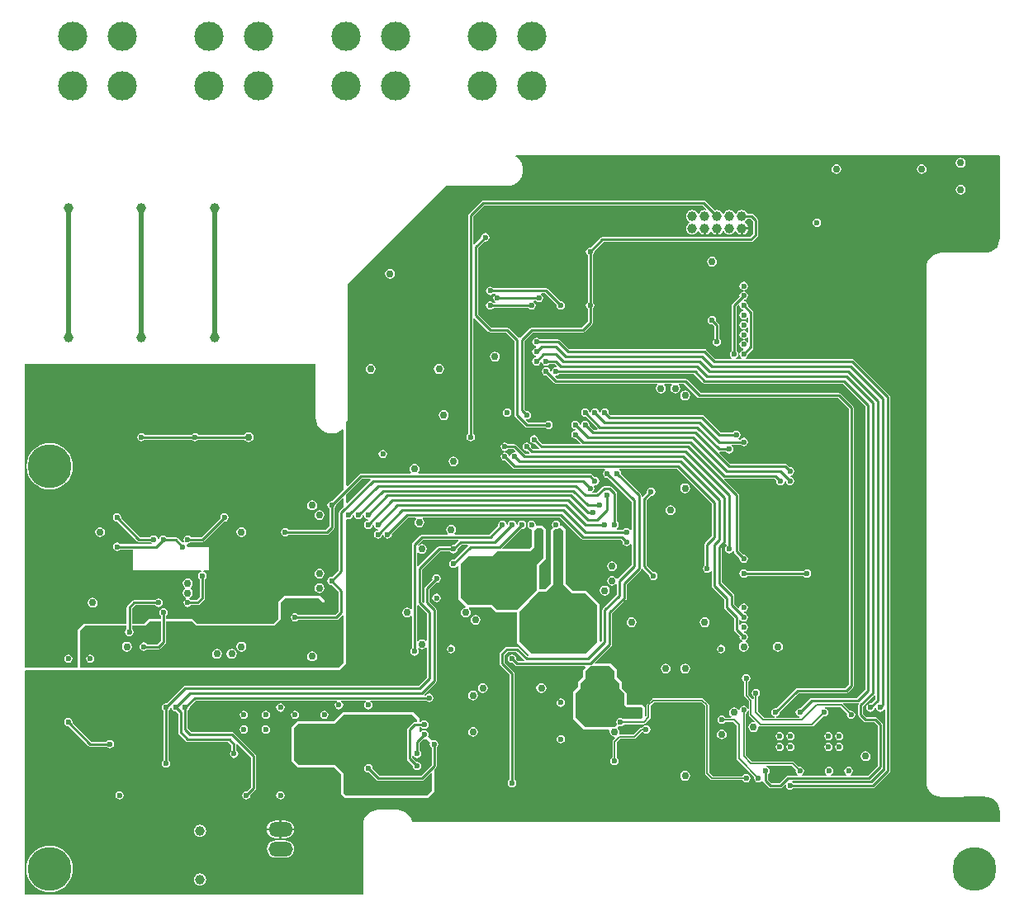
<source format=gbl>
G04 Layer_Physical_Order=4*
G04 Layer_Color=16711680*
%FSLAX25Y25*%
%MOIN*%
G70*
G01*
G75*
%ADD10C,0.00591*%
%ADD59C,0.00984*%
%ADD60C,0.01969*%
%ADD64C,0.11811*%
%ADD65O,0.09843X0.05906*%
%ADD66C,0.03937*%
%ADD67C,0.17716*%
%ADD68C,0.02362*%
%ADD69C,0.02953*%
G36*
X20669Y-2461D02*
Y-24114D01*
X24114Y-27559D01*
X29528D01*
X34449Y-32480D01*
Y-47244D01*
X29528Y-52165D01*
X7874D01*
X2953Y-47244D01*
Y-34941D01*
X7034Y-30860D01*
X7382Y-30512D01*
D01*
X7730Y-30164D01*
X9414Y-28480D01*
X10827Y-27067D01*
X13780D01*
X16732Y-24114D01*
Y-2461D01*
X17525Y-1668D01*
X17717Y-1706D01*
X18370Y-1576D01*
X18519Y-1476D01*
X19685D01*
X20669Y-2461D01*
D02*
G37*
G36*
X-57049Y18189D02*
X-66474Y8764D01*
X-66929Y8952D01*
Y12360D01*
X-60608Y18681D01*
X-57253D01*
X-57049Y18189D01*
D02*
G37*
G36*
X41339Y-59055D02*
Y-62008D01*
X43307Y-63976D01*
Y-65453D01*
Y-65945D01*
X45276Y-67913D01*
Y-72835D01*
X46260Y-73819D01*
X52165D01*
X52658Y-74311D01*
X52658Y-77756D01*
X52165Y-78248D01*
X44783D01*
X44711Y-78321D01*
X44452Y-78148D01*
X43799Y-78018D01*
X43146Y-78148D01*
X42593Y-78518D01*
X42223Y-79072D01*
X42093Y-79724D01*
X42223Y-80377D01*
X42396Y-80636D01*
X41371Y-81661D01*
X41339Y-81654D01*
X41145Y-81693D01*
X29528D01*
X25591Y-77756D01*
Y-67913D01*
X27559Y-65945D01*
Y-63976D01*
X29528Y-62008D01*
Y-59055D01*
X31477Y-57106D01*
X31496D01*
X31593Y-57087D01*
X39370D01*
X41339Y-59055D01*
D02*
G37*
G36*
X-21616Y-6417D02*
X-23383Y-8184D01*
X-23622Y-8136D01*
X-24275Y-8266D01*
X-24828Y-8636D01*
X-24964Y-8839D01*
X-29528D01*
X-29912Y-8915D01*
X-30237Y-9133D01*
X-37874Y-16770D01*
X-38367Y-16566D01*
Y-11354D01*
X-37874Y-11205D01*
X-37837Y-11262D01*
X-37185Y-11697D01*
X-36417Y-11850D01*
X-35649Y-11697D01*
X-34998Y-11262D01*
X-34563Y-10611D01*
X-34410Y-9843D01*
X-34563Y-9074D01*
X-34998Y-8423D01*
X-35649Y-7988D01*
X-36417Y-7835D01*
X-37185Y-7988D01*
X-37739Y-8358D01*
X-38053Y-7976D01*
X-36002Y-5925D01*
X-21820D01*
X-21616Y-6417D01*
D02*
G37*
G36*
X-34468Y-35849D02*
Y-46716D01*
X-34960Y-46866D01*
X-34998Y-46809D01*
X-35649Y-46374D01*
X-36417Y-46221D01*
X-37185Y-46374D01*
X-37837Y-46809D01*
X-37874Y-46866D01*
X-38367Y-46717D01*
Y-32646D01*
X-37874Y-32442D01*
X-34468Y-35849D01*
D02*
G37*
G36*
X-79273Y43376D02*
X-79301Y43307D01*
X-79291Y43281D01*
X-79299Y43255D01*
X-79185Y42097D01*
X-79159Y42049D01*
X-79164Y41995D01*
X-78827Y40881D01*
X-78792Y40839D01*
X-78787Y40785D01*
X-78238Y39759D01*
X-78196Y39724D01*
X-78180Y39672D01*
X-77443Y38773D01*
X-77394Y38747D01*
X-77369Y38699D01*
X-76469Y37961D01*
X-76417Y37945D01*
X-76383Y37903D01*
X-75357Y37355D01*
X-75302Y37350D01*
X-75260Y37315D01*
X-74147Y36977D01*
X-74093Y36983D01*
X-74045Y36957D01*
X-72887Y36843D01*
X-72835Y36859D01*
X-72782Y36843D01*
X-71625Y36957D01*
X-71577Y36983D01*
X-71522Y36977D01*
X-70409Y37315D01*
X-70367Y37350D01*
X-70313Y37355D01*
X-69287Y37903D01*
X-69252Y37945D01*
X-69200Y37961D01*
X-68413Y38607D01*
X-67975Y38464D01*
X-67913Y38419D01*
Y14214D01*
X-72595Y9533D01*
X-72835Y9580D01*
X-73487Y9450D01*
X-74041Y9080D01*
X-74411Y8527D01*
X-74541Y7874D01*
X-74411Y7221D01*
X-74041Y6668D01*
X-73838Y6532D01*
Y-569D01*
X-75219Y-1949D01*
X-90193D01*
X-90329Y-1746D01*
X-90882Y-1377D01*
X-91535Y-1247D01*
X-92188Y-1377D01*
X-92742Y-1746D01*
X-93111Y-2300D01*
X-93241Y-2953D01*
X-93111Y-3606D01*
X-92742Y-4159D01*
X-92188Y-4529D01*
X-91535Y-4659D01*
X-90882Y-4529D01*
X-90329Y-4159D01*
X-90193Y-3956D01*
X-74803D01*
X-74419Y-3880D01*
X-74094Y-3662D01*
X-72125Y-1694D01*
X-71907Y-1368D01*
X-71831Y-984D01*
Y6532D01*
X-71628Y6668D01*
X-71258Y7221D01*
X-71129Y7874D01*
X-71176Y8113D01*
X-68375Y10914D01*
X-67913Y10723D01*
Y7325D01*
X-69607Y5631D01*
X-69825Y5305D01*
X-69901Y4921D01*
Y-18285D01*
X-72596Y-20979D01*
X-72835Y-20932D01*
X-73488Y-21062D01*
X-74041Y-21431D01*
X-74411Y-21985D01*
X-74541Y-22638D01*
X-74411Y-23291D01*
X-74041Y-23844D01*
X-73488Y-24214D01*
X-72835Y-24344D01*
X-72596Y-24296D01*
X-69901Y-26991D01*
Y-35017D01*
X-71282Y-36398D01*
X-86256D01*
X-86392Y-36195D01*
X-86945Y-35825D01*
X-87598Y-35696D01*
X-88251Y-35825D01*
X-88805Y-36195D01*
X-89174Y-36749D01*
X-89304Y-37402D01*
X-89174Y-38054D01*
X-88805Y-38608D01*
X-88251Y-38978D01*
X-87598Y-39108D01*
X-86945Y-38978D01*
X-86392Y-38608D01*
X-86256Y-38405D01*
X-70866D01*
X-70482Y-38329D01*
X-70157Y-38111D01*
X-68413Y-36368D01*
X-67913Y-36575D01*
Y-55610D01*
X-69882Y-57579D01*
X-174213Y-57579D01*
X-174213Y-42815D01*
X-172244Y-40846D01*
X-155531D01*
Y-41965D01*
X-155734Y-42101D01*
X-156104Y-42654D01*
X-156234Y-43307D01*
X-156104Y-43960D01*
X-155734Y-44513D01*
X-155181Y-44883D01*
X-154528Y-45013D01*
X-153875Y-44883D01*
X-153321Y-44513D01*
X-152952Y-43960D01*
X-152822Y-43307D01*
X-152952Y-42654D01*
X-153321Y-42101D01*
X-153524Y-41965D01*
Y-40846D01*
X-148130D01*
X-146161Y-38878D01*
X-141752D01*
Y-46828D01*
X-143132Y-48209D01*
X-147280D01*
X-147416Y-48006D01*
X-147969Y-47637D01*
X-148622Y-47507D01*
X-149275Y-47637D01*
X-149828Y-48006D01*
X-150198Y-48560D01*
X-150328Y-49213D01*
X-150198Y-49865D01*
X-149828Y-50419D01*
X-149275Y-50789D01*
X-148622Y-50919D01*
X-147969Y-50789D01*
X-147416Y-50419D01*
X-147280Y-50216D01*
X-142717D01*
X-142332Y-50140D01*
X-142007Y-49922D01*
X-140039Y-47954D01*
X-139821Y-47628D01*
X-139745Y-47244D01*
Y-38878D01*
X-129429D01*
X-127461Y-40846D01*
X-95964Y-40846D01*
X-93504Y-38386D01*
X-93504Y-31496D01*
X-91535Y-29528D01*
X-78248D01*
X-76287Y-31488D01*
X-76279Y-31496D01*
X-75787Y-31496D01*
X-75787Y-31477D01*
X-75787Y-31477D01*
Y-30512D01*
X-77756Y-28543D01*
X-92027D01*
X-94488Y-31004D01*
X-94488Y-37894D01*
X-96457Y-39862D01*
X-126969Y-39862D01*
X-128937Y-37894D01*
X-139745Y-37894D01*
Y-36775D01*
X-139542Y-36639D01*
X-139172Y-36086D01*
X-139042Y-35433D01*
X-139172Y-34780D01*
X-139542Y-34227D01*
X-140095Y-33857D01*
X-140748Y-33727D01*
X-141401Y-33857D01*
X-141954Y-34227D01*
X-142324Y-34780D01*
X-142454Y-35433D01*
X-142324Y-36086D01*
X-141954Y-36639D01*
X-141752Y-36775D01*
Y-37540D01*
X-142105Y-37894D01*
X-146653Y-37894D01*
X-148622Y-39862D01*
X-153524D01*
Y-33880D01*
X-152143Y-32500D01*
X-144058D01*
X-143923Y-32702D01*
X-143369Y-33072D01*
X-142717Y-33202D01*
X-142064Y-33072D01*
X-141510Y-32702D01*
X-141140Y-32149D01*
X-141011Y-31496D01*
X-141140Y-30843D01*
X-141510Y-30290D01*
X-142064Y-29920D01*
X-142717Y-29790D01*
X-143369Y-29920D01*
X-143923Y-30290D01*
X-144058Y-30493D01*
X-152559D01*
X-152943Y-30569D01*
X-153269Y-30786D01*
X-155237Y-32755D01*
X-155455Y-33081D01*
X-155531Y-33465D01*
Y-39862D01*
X-172736D01*
X-175197Y-42323D01*
Y-57225D01*
X-175550Y-57579D01*
X-196850Y-57579D01*
X-196850Y64961D01*
X-79283D01*
X-79273Y43376D01*
D02*
G37*
G36*
X12795Y-2461D02*
X12795Y-13287D01*
X9843Y-16240D01*
X9843Y-26575D01*
X5906Y-30512D01*
X5905D01*
X5906Y-30512D01*
X1969Y-34449D01*
X-5905Y-34449D01*
X-7874Y-32480D01*
X-17717D01*
X-20669Y-29528D01*
Y-15748D01*
X-17717Y-12795D01*
X-7874D01*
X-5905Y-10827D01*
X7382Y-10827D01*
X8858Y-9350D01*
Y-2461D01*
X9843Y-1476D01*
X11811D01*
X12795Y-2461D01*
D02*
G37*
G36*
X196851Y148865D02*
Y115748D01*
X196851D01*
X196876Y115720D01*
X196765Y114590D01*
X196427Y113477D01*
X195879Y112451D01*
X195141Y111552D01*
X194242Y110814D01*
X193216Y110266D01*
X192103Y109928D01*
X190945Y109814D01*
X173228Y109843D01*
Y109871D01*
X172071Y109757D01*
X170958Y109419D01*
X169932Y108871D01*
X169032Y108133D01*
X168295Y107234D01*
X167746Y106208D01*
X167408Y105095D01*
X167294Y103937D01*
X167323Y-103908D01*
X167294Y-103937D01*
X167294D01*
X167408Y-105095D01*
X167746Y-106208D01*
X168295Y-107234D01*
X169032Y-108133D01*
X169932Y-108871D01*
X170958Y-109419D01*
X172071Y-109757D01*
X173228Y-109871D01*
X190945Y-109843D01*
Y-109843D01*
X191422Y-109862D01*
X192104Y-109930D01*
X193217Y-110267D01*
X194243Y-110815D01*
X195141Y-111553D01*
X195879Y-112452D01*
X196427Y-113478D01*
X196765Y-114591D01*
X196879Y-115748D01*
X196879Y-115748D01*
X196851Y-120079D01*
X-40354D01*
X-40516Y-119654D01*
X-40778Y-118792D01*
X-41326Y-117766D01*
X-42064Y-116867D01*
X-42963Y-116129D01*
X-43989Y-115581D01*
X-45102Y-115243D01*
X-46260Y-115129D01*
X-46260Y-115129D01*
X-54105Y-115157D01*
X-54134Y-115129D01*
Y-115129D01*
X-55291Y-115243D01*
X-56405Y-115581D01*
X-57430Y-116129D01*
X-58330Y-116867D01*
X-59068Y-117766D01*
X-59616Y-118792D01*
X-59954Y-119905D01*
X-60068Y-121063D01*
X-60040Y-148864D01*
X-60387Y-149213D01*
X-196850D01*
Y-79232D01*
Y-58911D01*
X-196502Y-58563D01*
X-69390Y-58563D01*
X-66929Y-56102D01*
X-66929Y2035D01*
X-66437Y2329D01*
X-65945Y2231D01*
X-65292Y2361D01*
X-64739Y2731D01*
X-64369Y3284D01*
X-64260Y3831D01*
X-64188Y3883D01*
X-63669Y3664D01*
X-63656Y3647D01*
X-63584Y3284D01*
X-63214Y2731D01*
X-62661Y2361D01*
X-62008Y2231D01*
X-61355Y2361D01*
X-60802Y2731D01*
X-60432Y3284D01*
X-60323Y3831D01*
X-60251Y3883D01*
X-59732Y3664D01*
X-59719Y3647D01*
X-59647Y3284D01*
X-59277Y2731D01*
X-58724Y2361D01*
X-58361Y2289D01*
X-58344Y2276D01*
X-58125Y1757D01*
X-58177Y1685D01*
X-58724Y1576D01*
X-59277Y1206D01*
X-59647Y653D01*
X-59777Y0D01*
X-59647Y-653D01*
X-59277Y-1206D01*
X-58724Y-1576D01*
X-58071Y-1706D01*
X-57418Y-1576D01*
X-56865Y-1206D01*
X-56495Y-653D01*
X-56386Y-106D01*
X-56314Y-54D01*
X-55795Y-273D01*
X-55782Y-291D01*
X-55710Y-653D01*
X-55340Y-1206D01*
X-54787Y-1576D01*
X-54424Y-1648D01*
X-54407Y-1661D01*
X-54188Y-2180D01*
X-54240Y-2252D01*
X-54787Y-2361D01*
X-55340Y-2731D01*
X-55710Y-3284D01*
X-55840Y-3937D01*
X-55710Y-4590D01*
X-55340Y-5143D01*
X-54787Y-5513D01*
X-54134Y-5643D01*
X-53481Y-5513D01*
X-52927Y-5143D01*
X-52558Y-4590D01*
X-52449Y-4043D01*
X-52377Y-3991D01*
X-51858Y-4210D01*
X-51845Y-4228D01*
X-51773Y-4590D01*
X-51403Y-5143D01*
X-50850Y-5513D01*
X-50197Y-5643D01*
X-49544Y-5513D01*
X-48990Y-5143D01*
X-48621Y-4590D01*
X-48491Y-3937D01*
X-48538Y-3698D01*
X-41907Y2933D01*
X-38913D01*
X-38764Y2441D01*
X-38821Y2403D01*
X-39256Y1752D01*
X-39409Y984D01*
X-39256Y216D01*
X-38821Y-435D01*
X-38170Y-870D01*
X-37402Y-1023D01*
X-36633Y-870D01*
X-35982Y-435D01*
X-35547Y216D01*
X-35394Y984D01*
X-35547Y1752D01*
X-35982Y2403D01*
X-36039Y2441D01*
X-35890Y2933D01*
X19270D01*
X27834Y-5631D01*
X28159Y-5848D01*
X28543Y-5925D01*
X43876D01*
X44602Y-6650D01*
X44554Y-6890D01*
X44684Y-7543D01*
X45054Y-8096D01*
X45607Y-8466D01*
X46260Y-8596D01*
X46913Y-8466D01*
X47466Y-8096D01*
X47717Y-7721D01*
X48209Y-7870D01*
Y-16317D01*
X42701Y-21824D01*
X42531Y-21840D01*
X42298Y-21813D01*
X42127Y-21747D01*
X41774Y-21219D01*
X41122Y-20784D01*
X40354Y-20631D01*
X39586Y-20784D01*
X38935Y-21219D01*
X38500Y-21870D01*
X38347Y-22638D01*
X38500Y-23406D01*
X38935Y-24057D01*
X39586Y-24492D01*
X40354Y-24645D01*
X41122Y-24492D01*
X41774Y-24057D01*
X41811Y-24000D01*
X42304Y-24150D01*
Y-28128D01*
X36692Y-33739D01*
X36474Y-34065D01*
X36398Y-34449D01*
Y-46828D01*
X35925Y-47301D01*
X35433Y-47097D01*
Y-31988D01*
X30020Y-26575D01*
X24606D01*
X21654Y-23622D01*
Y-1969D01*
X20177Y-492D01*
X19713D01*
X19400Y-112D01*
X19423Y0D01*
X19293Y653D01*
X18923Y1206D01*
X18370Y1576D01*
X17717Y1706D01*
X17064Y1576D01*
X16510Y1206D01*
X16140Y653D01*
X16011Y0D01*
X16140Y-653D01*
X16510Y-1206D01*
X15748Y-1969D01*
Y-23622D01*
X13287Y-26083D01*
X10827D01*
Y-16240D01*
X13780Y-13780D01*
Y-1969D01*
X12303Y-492D01*
X9870D01*
X9558Y-112D01*
X9580Y0D01*
X9450Y653D01*
X9080Y1206D01*
X8527Y1576D01*
X7874Y1706D01*
X7221Y1576D01*
X6668Y1206D01*
X6298Y653D01*
X6168Y0D01*
X6298Y-653D01*
X6668Y-1206D01*
X7221Y-1576D01*
X7520Y-1636D01*
X7874Y-1969D01*
X7874Y-2170D01*
Y-8858D01*
X6890Y-9843D01*
X-3790D01*
X-3994Y-9350D01*
X3698Y-1658D01*
X3937Y-1706D01*
X4590Y-1576D01*
X5143Y-1206D01*
X5513Y-653D01*
X5643Y0D01*
X5513Y653D01*
X5143Y1206D01*
X4590Y1576D01*
X3937Y1706D01*
X3284Y1576D01*
X2731Y1206D01*
X2361Y653D01*
X2252Y106D01*
X2180Y54D01*
X1661Y273D01*
X1648Y291D01*
X1576Y653D01*
X1206Y1206D01*
X653Y1576D01*
X0Y1706D01*
X-653Y1576D01*
X-1206Y1206D01*
X-1576Y653D01*
X-1685Y106D01*
X-1757Y53D01*
X-2276Y272D01*
X-2289Y290D01*
X-2361Y653D01*
X-2731Y1206D01*
X-3284Y1576D01*
X-3937Y1706D01*
X-4590Y1576D01*
X-5143Y1206D01*
X-5513Y653D01*
X-5643Y-0D01*
X-5596Y-239D01*
X-9274Y-3918D01*
X-23095D01*
X-23244Y-3426D01*
X-23187Y-3388D01*
X-22752Y-2737D01*
X-22599Y-1969D01*
X-22752Y-1200D01*
X-23187Y-549D01*
X-23838Y-114D01*
X-24606Y39D01*
X-25374Y-114D01*
X-26025Y-549D01*
X-26460Y-1200D01*
X-26613Y-1969D01*
X-26460Y-2737D01*
X-26025Y-3388D01*
X-25969Y-3426D01*
X-26118Y-3918D01*
X-36417D01*
X-36801Y-3994D01*
X-37127Y-4212D01*
X-40080Y-7164D01*
X-40297Y-7490D01*
X-40374Y-7874D01*
Y-33921D01*
X-40866Y-34070D01*
X-40903Y-34014D01*
X-41555Y-33579D01*
X-42323Y-33426D01*
X-43091Y-33579D01*
X-43742Y-34014D01*
X-44177Y-34665D01*
X-44330Y-35433D01*
X-44177Y-36201D01*
X-43742Y-36852D01*
X-43091Y-37287D01*
X-42323Y-37440D01*
X-41555Y-37287D01*
X-40903Y-36852D01*
X-40866Y-36796D01*
X-40374Y-36945D01*
Y-49839D01*
X-40576Y-49975D01*
X-40946Y-50528D01*
X-41076Y-51181D01*
X-40946Y-51834D01*
X-40576Y-52387D01*
X-40023Y-52757D01*
X-39370Y-52887D01*
X-38717Y-52757D01*
X-38164Y-52387D01*
X-37794Y-51834D01*
X-37664Y-51181D01*
X-37794Y-50528D01*
X-38108Y-50058D01*
X-37754Y-49703D01*
X-37185Y-50083D01*
X-36417Y-50235D01*
X-35649Y-50083D01*
X-34998Y-49648D01*
X-34960Y-49591D01*
X-34468Y-49740D01*
Y-61592D01*
X-37817Y-64941D01*
X-131890D01*
X-132274Y-65018D01*
X-132599Y-65235D01*
X-139524Y-72161D01*
X-139764Y-72113D01*
X-140417Y-72243D01*
X-140970Y-72613D01*
X-141340Y-73166D01*
X-141470Y-73819D01*
X-141340Y-74472D01*
X-140970Y-75025D01*
X-140767Y-75161D01*
Y-95115D01*
X-140970Y-95250D01*
X-141340Y-95804D01*
X-141470Y-96457D01*
X-141340Y-97110D01*
X-140970Y-97663D01*
X-140417Y-98033D01*
X-139764Y-98163D01*
X-139111Y-98033D01*
X-138557Y-97663D01*
X-138188Y-97110D01*
X-138058Y-96457D01*
X-138188Y-95804D01*
X-138557Y-95250D01*
X-138760Y-95115D01*
Y-75161D01*
X-138557Y-75025D01*
X-138188Y-74472D01*
X-138079Y-73925D01*
X-138007Y-73873D01*
X-137487Y-74092D01*
X-137475Y-74110D01*
X-137403Y-74472D01*
X-137033Y-75025D01*
X-136480Y-75395D01*
X-135827Y-75525D01*
X-135588Y-75477D01*
X-134862Y-76203D01*
Y-83662D01*
X-134785Y-84045D01*
X-134568Y-84371D01*
X-131615Y-87324D01*
X-131290Y-87541D01*
X-130906Y-87618D01*
X-114589D01*
X-113208Y-88998D01*
Y-91178D01*
X-113411Y-91313D01*
X-113781Y-91867D01*
X-113911Y-92520D01*
X-113781Y-93173D01*
X-113411Y-93726D01*
X-112858Y-94096D01*
X-112205Y-94226D01*
X-111552Y-94096D01*
X-110998Y-93726D01*
X-110629Y-93173D01*
X-110499Y-92520D01*
X-110629Y-91867D01*
X-110998Y-91313D01*
X-111201Y-91178D01*
Y-88749D01*
X-110764Y-88532D01*
X-110727Y-88527D01*
X-105334Y-93920D01*
Y-105884D01*
X-107044Y-107594D01*
X-107283Y-107546D01*
X-107936Y-107676D01*
X-108490Y-108046D01*
X-108860Y-108599D01*
X-108989Y-109252D01*
X-108860Y-109905D01*
X-108490Y-110458D01*
X-107936Y-110828D01*
X-107283Y-110958D01*
X-106631Y-110828D01*
X-106077Y-110458D01*
X-105707Y-109905D01*
X-105577Y-109252D01*
X-105625Y-109013D01*
X-103621Y-107009D01*
X-103403Y-106683D01*
X-103327Y-106299D01*
Y-93504D01*
X-103403Y-93120D01*
X-103621Y-92794D01*
X-112479Y-83936D01*
X-112805Y-83719D01*
X-113189Y-83642D01*
X-129506D01*
X-130886Y-82262D01*
Y-75161D01*
X-130683Y-75025D01*
X-130314Y-74472D01*
X-130184Y-73819D01*
X-130231Y-73580D01*
X-127537Y-70885D01*
X-70862D01*
X-70713Y-71377D01*
X-71088Y-71628D01*
X-71458Y-72182D01*
X-71588Y-72835D01*
X-71458Y-73488D01*
X-71088Y-74041D01*
X-70535Y-74411D01*
X-69882Y-74541D01*
X-69229Y-74411D01*
X-68676Y-74041D01*
X-68306Y-73488D01*
X-68176Y-72835D01*
X-68306Y-72182D01*
X-68676Y-71628D01*
X-69051Y-71377D01*
X-68901Y-70885D01*
X-59051D01*
X-58902Y-71377D01*
X-59277Y-71628D01*
X-59647Y-72182D01*
X-59777Y-72835D01*
X-59647Y-73488D01*
X-59277Y-74041D01*
X-58724Y-74411D01*
X-58071Y-74541D01*
X-57418Y-74411D01*
X-56865Y-74041D01*
X-56495Y-73488D01*
X-56365Y-72835D01*
X-56495Y-72182D01*
X-56865Y-71628D01*
X-57240Y-71377D01*
X-57091Y-70885D01*
X-34806D01*
X-34671Y-71088D01*
X-34117Y-71458D01*
X-33465Y-71588D01*
X-32812Y-71458D01*
X-32258Y-71088D01*
X-31888Y-70535D01*
X-31759Y-69882D01*
X-31888Y-69229D01*
X-32258Y-68676D01*
X-32812Y-68306D01*
X-33465Y-68176D01*
X-34117Y-68306D01*
X-34671Y-68676D01*
X-34806Y-68878D01*
X-35267D01*
X-35471Y-68386D01*
X-30786Y-63702D01*
X-30569Y-63376D01*
X-30493Y-62992D01*
Y-34449D01*
X-30569Y-34065D01*
X-30786Y-33739D01*
X-33445Y-31080D01*
Y-26006D01*
X-30751Y-23312D01*
X-30512Y-23360D01*
X-29859Y-23230D01*
X-29305Y-22860D01*
X-28936Y-22307D01*
X-28806Y-21654D01*
X-28936Y-21001D01*
X-29305Y-20447D01*
X-29859Y-20077D01*
X-30512Y-19948D01*
X-31165Y-20077D01*
X-31718Y-20447D01*
X-32088Y-21001D01*
X-32218Y-21654D01*
X-32170Y-21893D01*
X-35159Y-24881D01*
X-35376Y-25207D01*
X-35452Y-25591D01*
Y-31330D01*
X-35891Y-31547D01*
X-35927Y-31552D01*
X-36398Y-31080D01*
Y-18132D01*
X-29112Y-10846D01*
X-24964D01*
X-24828Y-11049D01*
X-24275Y-11419D01*
X-23622Y-11548D01*
X-22969Y-11419D01*
X-22416Y-11049D01*
X-22046Y-10495D01*
X-21916Y-9843D01*
X-21964Y-9603D01*
X-20254Y-7893D01*
X-17883D01*
X-17679Y-8386D01*
X-23383Y-14090D01*
X-23622Y-14042D01*
X-24275Y-14172D01*
X-24828Y-14542D01*
X-25198Y-15095D01*
X-25328Y-15748D01*
X-25198Y-16401D01*
X-24828Y-16954D01*
X-24275Y-17324D01*
X-23622Y-17454D01*
X-22969Y-17324D01*
X-22416Y-16954D01*
X-22146Y-16550D01*
X-21654Y-16699D01*
Y-30020D01*
X-18713Y-32960D01*
X-18903Y-33466D01*
X-19469Y-33579D01*
X-20120Y-34014D01*
X-20555Y-34665D01*
X-20708Y-35433D01*
X-20555Y-36201D01*
X-20120Y-36852D01*
X-19469Y-37287D01*
X-18701Y-37440D01*
X-17933Y-37287D01*
X-17281Y-36852D01*
X-16846Y-36201D01*
X-16694Y-35433D01*
X-16846Y-34665D01*
X-17281Y-34014D01*
X-17367Y-33957D01*
X-17218Y-33465D01*
X-8366D01*
X-6397Y-35433D01*
X1969D01*
Y-47736D01*
X6780Y-52548D01*
X6592Y-53037D01*
X6265Y-53074D01*
X2678Y-49487D01*
X2353Y-49270D01*
X1969Y-49193D01*
X-1968D01*
X-2352Y-49270D01*
X-2678Y-49487D01*
X-4646Y-51456D01*
X-4864Y-51781D01*
X-4941Y-52165D01*
Y-56102D01*
X-4864Y-56486D01*
X-4646Y-56812D01*
X-1003Y-60455D01*
Y-102989D01*
X-1206Y-103124D01*
X-1576Y-103678D01*
X-1706Y-104331D01*
X-1576Y-104984D01*
X-1206Y-105537D01*
X-653Y-105907D01*
X0Y-106037D01*
X653Y-105907D01*
X1206Y-105537D01*
X1576Y-104984D01*
X1706Y-104331D01*
X1576Y-103678D01*
X1206Y-103124D01*
X1004Y-102989D01*
Y-60039D01*
X927Y-59655D01*
X710Y-59330D01*
X-2933Y-55687D01*
Y-52581D01*
X-1553Y-51200D01*
X1553D01*
X4959Y-54607D01*
X4755Y-55099D01*
X2384D01*
X1658Y-54373D01*
X1706Y-54134D01*
X1576Y-53481D01*
X1206Y-52928D01*
X653Y-52558D01*
X0Y-52428D01*
X-653Y-52558D01*
X-1206Y-52928D01*
X-1576Y-53481D01*
X-1706Y-54134D01*
X-1576Y-54787D01*
X-1206Y-55340D01*
X-653Y-55710D01*
X0Y-55840D01*
X239Y-55792D01*
X1259Y-56812D01*
X1585Y-57029D01*
X1969Y-57106D01*
X29357D01*
X29546Y-57561D01*
X28543Y-58563D01*
Y-61516D01*
X26575Y-63484D01*
X26575Y-65453D01*
X24606Y-67421D01*
Y-78248D01*
X29035Y-82677D01*
X39082D01*
X39430Y-83169D01*
X39332Y-83661D01*
X39484Y-84430D01*
X39919Y-85081D01*
X40571Y-85516D01*
X41339Y-85668D01*
X41462Y-85644D01*
X41704Y-86098D01*
X40771Y-87031D01*
X40597Y-87291D01*
X40536Y-87598D01*
Y-93997D01*
X40132Y-94266D01*
X39762Y-94820D01*
X39633Y-95472D01*
X39762Y-96125D01*
X40132Y-96679D01*
X40686Y-97049D01*
X41339Y-97178D01*
X41991Y-97049D01*
X42545Y-96679D01*
X42915Y-96125D01*
X43045Y-95472D01*
X42915Y-94820D01*
X42545Y-94266D01*
X42142Y-93997D01*
Y-87931D01*
X43640Y-86433D01*
X49213D01*
X49520Y-86372D01*
X49780Y-86198D01*
X52245Y-83733D01*
X52863Y-83787D01*
X52928Y-83884D01*
X53481Y-84253D01*
X54134Y-84383D01*
X54787Y-84253D01*
X55340Y-83884D01*
X55710Y-83330D01*
X55840Y-82677D01*
X55710Y-82024D01*
X55340Y-81471D01*
X54787Y-81101D01*
X54134Y-80971D01*
X53481Y-81101D01*
X52928Y-81471D01*
X52658Y-81874D01*
X52166D01*
X52165Y-81874D01*
X51858Y-81935D01*
X51598Y-82109D01*
X51598Y-82109D01*
X48880Y-84827D01*
X43519D01*
X43349Y-84620D01*
X43223Y-84411D01*
X43210Y-84345D01*
X43346Y-83661D01*
X43193Y-82893D01*
X42758Y-82242D01*
X42714Y-81794D01*
X43197Y-81311D01*
X43799Y-81430D01*
X44452Y-81301D01*
X45006Y-80931D01*
X45275Y-80527D01*
X53150D01*
X53457Y-80466D01*
X53717Y-80292D01*
X55686Y-78324D01*
X55860Y-78063D01*
X55921Y-77756D01*
X55921Y-77756D01*
Y-73167D01*
X57419Y-71669D01*
X76439D01*
X77937Y-73167D01*
Y-100394D01*
X77999Y-100701D01*
X78173Y-100961D01*
X80141Y-102930D01*
X80401Y-103104D01*
X80709Y-103165D01*
X80709Y-103165D01*
X93012D01*
X93282Y-103568D01*
X93835Y-103938D01*
X94488Y-104068D01*
X95141Y-103938D01*
X95695Y-103568D01*
X96064Y-103015D01*
X96194Y-102362D01*
X96064Y-101709D01*
X95695Y-101156D01*
X95141Y-100786D01*
X94488Y-100656D01*
X93835Y-100786D01*
X93282Y-101156D01*
X93012Y-101559D01*
X81041D01*
X79543Y-100061D01*
Y-72835D01*
X79482Y-72527D01*
X79308Y-72267D01*
X79308Y-72267D01*
X77339Y-70298D01*
X77079Y-70124D01*
X76772Y-70063D01*
X57087D01*
X56779Y-70124D01*
X56519Y-70298D01*
X56519Y-70298D01*
X54550Y-72267D01*
X54377Y-72527D01*
X54315Y-72835D01*
Y-77218D01*
X54134Y-77356D01*
X53642Y-77111D01*
Y-73819D01*
X52658Y-72835D01*
X46752D01*
X46260Y-72342D01*
Y-67913D01*
X44291Y-65945D01*
Y-63484D01*
X42323Y-61516D01*
X42323Y-58563D01*
X39862Y-56102D01*
X33558D01*
X33370Y-55648D01*
X40080Y-48938D01*
X40297Y-48612D01*
X40374Y-48228D01*
Y-35849D01*
X45985Y-30237D01*
X46203Y-29912D01*
X46279Y-29528D01*
Y-24038D01*
X51891Y-18426D01*
X52108Y-18101D01*
X52157Y-17855D01*
X52507Y-17692D01*
X52677Y-17679D01*
X55428Y-20430D01*
X55381Y-20669D01*
X55510Y-21322D01*
X55880Y-21876D01*
X56434Y-22245D01*
X57087Y-22375D01*
X57740Y-22245D01*
X58293Y-21876D01*
X58663Y-21322D01*
X58793Y-20669D01*
X58663Y-20016D01*
X58293Y-19463D01*
X57740Y-19093D01*
X57087Y-18963D01*
X56848Y-19011D01*
X54153Y-16317D01*
Y9919D01*
X55863Y11629D01*
X56102Y11581D01*
X56755Y11711D01*
X57309Y12081D01*
X57679Y12635D01*
X57809Y13287D01*
X57679Y13940D01*
X57309Y14494D01*
X56755Y14864D01*
X56102Y14993D01*
X55450Y14864D01*
X54896Y14494D01*
X54526Y13940D01*
X54396Y13287D01*
X54444Y13048D01*
X52677Y11281D01*
X52185Y11485D01*
Y11811D01*
X52108Y12195D01*
X51891Y12521D01*
X43981Y20430D01*
X44029Y20669D01*
X43899Y21322D01*
X43529Y21876D01*
X43154Y22126D01*
X43303Y22618D01*
X66514D01*
X80690Y8443D01*
Y-4506D01*
X78031Y-7164D01*
X77813Y-7490D01*
X77737Y-7874D01*
Y-16375D01*
X77534Y-16510D01*
X77164Y-17064D01*
X77034Y-17717D01*
X77164Y-18369D01*
X77534Y-18923D01*
X78087Y-19293D01*
X78740Y-19423D01*
X79393Y-19293D01*
X79947Y-18923D01*
X80197Y-18548D01*
X80690Y-18697D01*
Y-24606D01*
X80766Y-24990D01*
X80983Y-25316D01*
X85611Y-29943D01*
Y-33465D01*
X85687Y-33849D01*
X85905Y-34174D01*
X85905Y-34174D01*
X89548Y-37817D01*
Y-42323D01*
X89624Y-42707D01*
X89842Y-43032D01*
X91846Y-45036D01*
X91798Y-45276D01*
X91928Y-45928D01*
X92298Y-46482D01*
X92830Y-46838D01*
X92844Y-46931D01*
X92806Y-47344D01*
X92736Y-47358D01*
X92085Y-47793D01*
X91650Y-48445D01*
X91497Y-49213D01*
X91650Y-49981D01*
X92085Y-50632D01*
X92736Y-51067D01*
X93504Y-51220D01*
X94272Y-51067D01*
X94923Y-50632D01*
X95358Y-49981D01*
X95511Y-49213D01*
X95358Y-48445D01*
X94923Y-47793D01*
X94272Y-47358D01*
X94203Y-47344D01*
X94164Y-46931D01*
X94178Y-46838D01*
X94710Y-46482D01*
X95080Y-45928D01*
X95210Y-45276D01*
X95080Y-44623D01*
X94710Y-44069D01*
X94157Y-43699D01*
X93610Y-43591D01*
X93558Y-43519D01*
X93777Y-42999D01*
X93795Y-42987D01*
X94157Y-42915D01*
X94710Y-42545D01*
X95080Y-41991D01*
X95210Y-41339D01*
X95080Y-40686D01*
X94710Y-40132D01*
X94157Y-39762D01*
X93504Y-39633D01*
X92851Y-39762D01*
X92298Y-40132D01*
X92047Y-40508D01*
X91555Y-40358D01*
Y-38382D01*
X92047Y-38233D01*
X92298Y-38608D01*
X92851Y-38978D01*
X93504Y-39108D01*
X94157Y-38978D01*
X94710Y-38608D01*
X95080Y-38054D01*
X95210Y-37402D01*
X95080Y-36749D01*
X94710Y-36195D01*
X94157Y-35825D01*
X93610Y-35717D01*
X93558Y-35645D01*
X93777Y-35125D01*
X93795Y-35113D01*
X94157Y-35041D01*
X94710Y-34671D01*
X95080Y-34117D01*
X95210Y-33465D01*
X95080Y-32812D01*
X94710Y-32258D01*
X94157Y-31888D01*
X93504Y-31759D01*
X92851Y-31888D01*
X92298Y-32258D01*
X91928Y-32812D01*
X91798Y-33465D01*
X91827Y-33609D01*
X91373Y-33852D01*
X89586Y-32065D01*
Y-28543D01*
X89510Y-28159D01*
X89292Y-27834D01*
X84665Y-23206D01*
Y-9274D01*
X86103Y-7836D01*
X86595Y-8040D01*
Y-8501D01*
X86392Y-8636D01*
X86022Y-9190D01*
X85892Y-9843D01*
X86022Y-10495D01*
X86392Y-11049D01*
X86946Y-11419D01*
X87599Y-11548D01*
X88251Y-11419D01*
X88805Y-11049D01*
X89056Y-10674D01*
X89548Y-10823D01*
Y-10827D01*
X89624Y-11211D01*
X89842Y-11536D01*
X91846Y-13540D01*
X91798Y-13780D01*
X91928Y-14432D01*
X92298Y-14986D01*
X92851Y-15356D01*
X93504Y-15485D01*
X94157Y-15356D01*
X94710Y-14986D01*
X95080Y-14432D01*
X95210Y-13780D01*
X95080Y-13127D01*
X94710Y-12573D01*
X94157Y-12203D01*
X93504Y-12073D01*
X93265Y-12121D01*
X91555Y-10411D01*
Y11811D01*
X91478Y12195D01*
X91261Y12521D01*
X85575Y18207D01*
X85579Y18243D01*
X85796Y18681D01*
X105884D01*
X106609Y17956D01*
X106562Y17717D01*
X106692Y17064D01*
X107062Y16510D01*
X107615Y16140D01*
X108268Y16011D01*
X108921Y16140D01*
X109474Y16510D01*
X109844Y17064D01*
X109916Y17426D01*
X109929Y17444D01*
X110448Y17663D01*
X110520Y17610D01*
X110629Y17064D01*
X110998Y16510D01*
X111552Y16140D01*
X112205Y16011D01*
X112858Y16140D01*
X113411Y16510D01*
X113781Y17064D01*
X113911Y17717D01*
X113781Y18369D01*
X113411Y18923D01*
X112858Y19293D01*
X112311Y19401D01*
X112259Y19473D01*
X112478Y19993D01*
X112495Y20005D01*
X112858Y20077D01*
X113411Y20447D01*
X113781Y21001D01*
X113911Y21654D01*
X113781Y22306D01*
X113411Y22860D01*
X112858Y23230D01*
X112205Y23359D01*
X111966Y23312D01*
X110946Y24332D01*
X110620Y24549D01*
X110236Y24626D01*
X88014D01*
X83606Y29034D01*
X83610Y29070D01*
X83828Y29508D01*
X86257D01*
X86392Y29305D01*
X86946Y28936D01*
X87599Y28806D01*
X88251Y28936D01*
X88805Y29305D01*
X89175Y29859D01*
X89305Y30512D01*
X89175Y31165D01*
X88805Y31718D01*
X88429Y31969D01*
X88579Y32461D01*
X92162D01*
X92298Y32258D01*
X92851Y31888D01*
X93504Y31759D01*
X94157Y31888D01*
X94710Y32258D01*
X95080Y32812D01*
X95210Y33465D01*
X95080Y34117D01*
X94710Y34671D01*
X94157Y35041D01*
X93504Y35171D01*
X92851Y35041D01*
X92298Y34671D01*
X92162Y34468D01*
X91532D01*
X91382Y34960D01*
X91758Y35211D01*
X92127Y35765D01*
X92257Y36417D01*
X92127Y37070D01*
X91758Y37624D01*
X91204Y37993D01*
X90551Y38123D01*
X89898Y37993D01*
X89345Y37624D01*
X89209Y37421D01*
X84077D01*
X77481Y44017D01*
X77156Y44234D01*
X76772Y44311D01*
X39786D01*
X39060Y45036D01*
X39108Y45276D01*
X38978Y45928D01*
X38608Y46482D01*
X38054Y46852D01*
X37402Y46982D01*
X36749Y46852D01*
X36195Y46482D01*
X35825Y45928D01*
X35753Y45566D01*
X35741Y45548D01*
X35221Y45329D01*
X35149Y45382D01*
X35041Y45928D01*
X34671Y46482D01*
X34117Y46852D01*
X33465Y46982D01*
X32812Y46852D01*
X32258Y46482D01*
X31888Y45928D01*
X31816Y45566D01*
X31804Y45548D01*
X31284Y45329D01*
X31212Y45382D01*
X31104Y45928D01*
X30734Y46482D01*
X30180Y46852D01*
X29528Y46982D01*
X28875Y46852D01*
X28321Y46482D01*
X27951Y45928D01*
X27822Y45276D01*
X27951Y44623D01*
X28321Y44069D01*
X28875Y43699D01*
X29528Y43570D01*
X29767Y43617D01*
X34487Y38897D01*
X34283Y38405D01*
X32896D01*
X31186Y40115D01*
X31234Y40354D01*
X31104Y41007D01*
X30734Y41561D01*
X30180Y41930D01*
X29528Y42060D01*
X28875Y41930D01*
X28321Y41561D01*
X27951Y41007D01*
X27879Y40645D01*
X27867Y40627D01*
X27347Y40408D01*
X27275Y40461D01*
X27167Y41007D01*
X26797Y41561D01*
X26243Y41930D01*
X25591Y42060D01*
X24938Y41930D01*
X24384Y41561D01*
X24014Y41007D01*
X23885Y40354D01*
X24014Y39702D01*
X24384Y39148D01*
X24938Y38778D01*
X25484Y38669D01*
X25537Y38598D01*
X25318Y38078D01*
X25300Y38065D01*
X24938Y37993D01*
X24384Y37624D01*
X24014Y37070D01*
X23885Y36417D01*
X24014Y35765D01*
X24384Y35211D01*
X24938Y34841D01*
X25591Y34711D01*
X25830Y34759D01*
X27597Y32992D01*
X27393Y32500D01*
X12227D01*
X10517Y34210D01*
X10564Y34449D01*
X10435Y35102D01*
X10065Y35655D01*
X9511Y36025D01*
X8858Y36155D01*
X8206Y36025D01*
X7652Y35655D01*
X7282Y35102D01*
X7152Y34449D01*
X7282Y33796D01*
X7652Y33242D01*
X8206Y32873D01*
X8858Y32743D01*
X9098Y32790D01*
X10865Y31023D01*
X10661Y30531D01*
X8290D01*
X7564Y31257D01*
X7612Y31496D01*
X7482Y32149D01*
X7112Y32702D01*
X6559Y33072D01*
X5906Y33202D01*
X5253Y33072D01*
X4699Y32702D01*
X4329Y32149D01*
X4200Y31496D01*
X4329Y30843D01*
X4699Y30290D01*
X5253Y29920D01*
X5906Y29790D01*
X6145Y29838D01*
X6928Y29055D01*
X6724Y28563D01*
X5337D01*
X1694Y32206D01*
X1368Y32423D01*
X984Y32500D01*
X-1611D01*
X-1746Y32702D01*
X-2300Y33072D01*
X-2953Y33202D01*
X-3605Y33072D01*
X-4159Y32702D01*
X-4529Y32149D01*
X-4659Y31496D01*
X-4529Y30843D01*
X-4159Y30290D01*
X-3605Y29920D01*
X-2953Y29790D01*
X-2300Y29920D01*
X-1746Y30290D01*
X-1611Y30492D01*
X569D01*
X1371Y29690D01*
X1129Y29236D01*
X984Y29265D01*
X332Y29135D01*
X-222Y28765D01*
X-592Y28212D01*
X-664Y27850D01*
X-676Y27832D01*
X-1196Y27613D01*
X-1268Y27665D01*
X-1376Y28212D01*
X-1746Y28765D01*
X-2300Y29135D01*
X-2953Y29265D01*
X-3605Y29135D01*
X-4159Y28765D01*
X-4529Y28212D01*
X-4659Y27559D01*
X-4529Y26906D01*
X-4159Y26353D01*
X-3605Y25983D01*
X-2953Y25853D01*
X-2713Y25901D01*
X275Y22912D01*
X600Y22695D01*
X984Y22618D01*
X37406D01*
X37555Y22126D01*
X37180Y21876D01*
X36810Y21322D01*
X36680Y20669D01*
X36810Y20016D01*
X37180Y19463D01*
X37733Y19093D01*
X38386Y18963D01*
X38625Y19011D01*
X48209Y9427D01*
Y-1973D01*
X47717Y-2122D01*
X47466Y-1746D01*
X46913Y-1377D01*
X46260Y-1247D01*
X45607Y-1377D01*
X45053Y-1746D01*
X44918Y-1949D01*
X42319D01*
X42170Y-1457D01*
X42545Y-1206D01*
X42915Y-653D01*
X43045Y0D01*
X42915Y653D01*
X42545Y1206D01*
X42342Y1342D01*
Y12795D01*
X42266Y13179D01*
X42048Y13505D01*
X40080Y15473D01*
X39754Y15691D01*
X39370Y15767D01*
X37402D01*
X37018Y15691D01*
X36692Y15473D01*
X34033Y12814D01*
X32476D01*
X32327Y13307D01*
X32702Y13557D01*
X33072Y14111D01*
X33202Y14764D01*
X33072Y15417D01*
X32941Y15613D01*
X33237Y16056D01*
X33465Y16011D01*
X34117Y16140D01*
X34671Y16510D01*
X35041Y17064D01*
X35171Y17717D01*
X35041Y18369D01*
X34671Y18923D01*
X34117Y19293D01*
X33465Y19423D01*
X33225Y19375D01*
X32206Y20395D01*
X31880Y20612D01*
X31496Y20689D01*
X-37858D01*
X-38008Y21181D01*
X-37951Y21219D01*
X-37516Y21870D01*
X-37363Y22638D01*
X-37516Y23406D01*
X-37951Y24057D01*
X-38602Y24492D01*
X-39370Y24645D01*
X-40138Y24492D01*
X-40789Y24057D01*
X-41224Y23406D01*
X-41377Y22638D01*
X-41224Y21870D01*
X-40789Y21219D01*
X-40732Y21181D01*
X-40882Y20689D01*
X-61024D01*
X-61408Y20612D01*
X-61733Y20395D01*
X-66474Y15653D01*
X-66929Y15842D01*
X-66929Y40764D01*
X-66910Y40800D01*
X-66895Y40847D01*
X-66872Y40890D01*
X-66535Y42004D01*
X-66530Y42053D01*
X-66515Y42100D01*
X-66401Y43258D01*
X-66404Y43283D01*
X-66399Y43307D01*
X-66427Y97233D01*
X-26761Y136900D01*
X-2127D01*
X-2114Y136893D01*
X-2041Y136886D01*
X-1969Y136871D01*
X-1944Y136876D01*
X-1919Y136874D01*
X-762Y136988D01*
X-714Y137002D01*
X-665Y137007D01*
X448Y137345D01*
X491Y137368D01*
X539Y137382D01*
X1565Y137931D01*
X1603Y137962D01*
X1647Y137985D01*
X2546Y138723D01*
X2577Y138761D01*
X2615Y138793D01*
X3353Y139692D01*
X3377Y139735D01*
X3408Y139774D01*
X3956Y140800D01*
X3971Y140847D01*
X3994Y140891D01*
X4332Y142004D01*
X4337Y142053D01*
X4351Y142100D01*
X4465Y143258D01*
X4460Y143307D01*
X4465Y143356D01*
X4351Y144514D01*
X4337Y144561D01*
X4332Y144610D01*
X3994Y145724D01*
X3971Y145767D01*
X3956Y145814D01*
X3408Y146840D01*
X3377Y146879D01*
X3353Y146922D01*
X2615Y147821D01*
X2577Y147853D01*
X2546Y147891D01*
X1647Y148629D01*
X1603Y148652D01*
X1565Y148684D01*
X1468Y148735D01*
X1588Y149213D01*
X196502Y149213D01*
X196851Y148865D01*
D02*
G37*
%LPC*%
G36*
X-170276Y-52428D02*
X-170929Y-52558D01*
X-171482Y-52928D01*
X-171852Y-53481D01*
X-171982Y-54134D01*
X-171852Y-54787D01*
X-171482Y-55340D01*
X-170929Y-55710D01*
X-170276Y-55840D01*
X-169623Y-55710D01*
X-169069Y-55340D01*
X-168700Y-54787D01*
X-168570Y-54134D01*
X-168700Y-53481D01*
X-169069Y-52928D01*
X-169623Y-52558D01*
X-170276Y-52428D01*
D02*
G37*
G36*
X-179134D02*
X-179787Y-52558D01*
X-180340Y-52928D01*
X-180710Y-53481D01*
X-180840Y-54134D01*
X-180710Y-54787D01*
X-180340Y-55340D01*
X-179787Y-55710D01*
X-179134Y-55840D01*
X-178481Y-55710D01*
X-177928Y-55340D01*
X-177558Y-54787D01*
X-177428Y-54134D01*
X-177558Y-53481D01*
X-177928Y-52928D01*
X-178481Y-52558D01*
X-179134Y-52428D01*
D02*
G37*
G36*
X-91535Y-127431D02*
X-95472D01*
X-96372Y-127549D01*
X-97210Y-127896D01*
X-97929Y-128449D01*
X-98482Y-129168D01*
X-98829Y-130006D01*
X-98947Y-130905D01*
X-98829Y-131805D01*
X-98482Y-132643D01*
X-97929Y-133362D01*
X-97210Y-133915D01*
X-96372Y-134262D01*
X-95472Y-134380D01*
X-91535D01*
X-90636Y-134262D01*
X-89798Y-133915D01*
X-89078Y-133362D01*
X-88526Y-132643D01*
X-88179Y-131805D01*
X-88061Y-130905D01*
X-88179Y-130006D01*
X-88526Y-129168D01*
X-89078Y-128449D01*
X-89798Y-127896D01*
X-90636Y-127549D01*
X-91535Y-127431D01*
D02*
G37*
G36*
X-80709Y-51143D02*
X-81477Y-51295D01*
X-82128Y-51730D01*
X-82563Y-52381D01*
X-82716Y-53150D01*
X-82563Y-53918D01*
X-82128Y-54569D01*
X-81477Y-55004D01*
X-80709Y-55157D01*
X-79940Y-55004D01*
X-79289Y-54569D01*
X-78854Y-53918D01*
X-78702Y-53150D01*
X-78854Y-52381D01*
X-79289Y-51730D01*
X-79940Y-51295D01*
X-80709Y-51143D01*
D02*
G37*
G36*
X11811Y-63938D02*
X11043Y-64091D01*
X10392Y-64526D01*
X9957Y-65177D01*
X9804Y-65945D01*
X9957Y-66713D01*
X10392Y-67364D01*
X11043Y-67799D01*
X11811Y-67952D01*
X12579Y-67799D01*
X13230Y-67364D01*
X13665Y-66713D01*
X13818Y-65945D01*
X13665Y-65177D01*
X13230Y-64526D01*
X12579Y-64091D01*
X11811Y-63938D01*
D02*
G37*
G36*
X-88026Y-123524D02*
X-93012D01*
Y-126605D01*
X-91535D01*
X-90610Y-126484D01*
X-89748Y-126127D01*
X-89008Y-125559D01*
X-88440Y-124818D01*
X-88083Y-123957D01*
X-88026Y-123524D01*
D02*
G37*
G36*
X62008Y-56064D02*
X61240Y-56217D01*
X60589Y-56652D01*
X60154Y-57303D01*
X60001Y-58071D01*
X60154Y-58839D01*
X60589Y-59490D01*
X61240Y-59925D01*
X62008Y-60078D01*
X62776Y-59925D01*
X63427Y-59490D01*
X63862Y-58839D01*
X64015Y-58071D01*
X63862Y-57303D01*
X63427Y-56652D01*
X62776Y-56217D01*
X62008Y-56064D01*
D02*
G37*
G36*
X-93996Y-123524D02*
X-98981D01*
X-98924Y-123957D01*
X-98567Y-124818D01*
X-98000Y-125559D01*
X-97259Y-126127D01*
X-96397Y-126484D01*
X-95472Y-126605D01*
X-93996D01*
Y-123524D01*
D02*
G37*
G36*
X69882Y-56064D02*
X69114Y-56217D01*
X68463Y-56652D01*
X68028Y-57303D01*
X67875Y-58071D01*
X68028Y-58839D01*
X68463Y-59490D01*
X69114Y-59925D01*
X69882Y-60078D01*
X70650Y-59925D01*
X71301Y-59490D01*
X71736Y-58839D01*
X71889Y-58071D01*
X71736Y-57303D01*
X71301Y-56652D01*
X70650Y-56217D01*
X69882Y-56064D01*
D02*
G37*
G36*
X-109252Y-47206D02*
X-110020Y-47358D01*
X-110671Y-47793D01*
X-111106Y-48445D01*
X-111259Y-49213D01*
X-111106Y-49981D01*
X-110671Y-50632D01*
X-110020Y-51067D01*
X-109252Y-51220D01*
X-108484Y-51067D01*
X-107833Y-50632D01*
X-107398Y-49981D01*
X-107245Y-49213D01*
X-107398Y-48445D01*
X-107833Y-47793D01*
X-108484Y-47358D01*
X-109252Y-47206D01*
D02*
G37*
G36*
X-155512Y-47206D02*
X-156280Y-47358D01*
X-156931Y-47793D01*
X-157366Y-48445D01*
X-157519Y-49213D01*
X-157366Y-49981D01*
X-156931Y-50632D01*
X-156280Y-51067D01*
X-155512Y-51220D01*
X-154744Y-51067D01*
X-154093Y-50632D01*
X-153658Y-49981D01*
X-153505Y-49213D01*
X-153658Y-48445D01*
X-154093Y-47793D01*
X-154744Y-47358D01*
X-155512Y-47206D01*
D02*
G37*
G36*
X107283Y-47205D02*
X106516Y-47358D01*
X105864Y-47793D01*
X105429Y-48445D01*
X105277Y-49213D01*
X105429Y-49981D01*
X105864Y-50632D01*
X106516Y-51067D01*
X107283Y-51220D01*
X108052Y-51067D01*
X108703Y-50632D01*
X109138Y-49981D01*
X109291Y-49213D01*
X109138Y-48445D01*
X108703Y-47793D01*
X108052Y-47358D01*
X107283Y-47205D01*
D02*
G37*
G36*
X48228Y-37363D02*
X47460Y-37516D01*
X46809Y-37951D01*
X46374Y-38602D01*
X46221Y-39370D01*
X46374Y-40138D01*
X46809Y-40789D01*
X47460Y-41224D01*
X48228Y-41377D01*
X48996Y-41224D01*
X49648Y-40789D01*
X50083Y-40138D01*
X50235Y-39370D01*
X50083Y-38602D01*
X49648Y-37951D01*
X48996Y-37516D01*
X48228Y-37363D01*
D02*
G37*
G36*
X-186614Y-129597D02*
X-188081Y-129712D01*
X-189513Y-130056D01*
X-190872Y-130619D01*
X-192127Y-131388D01*
X-193246Y-132344D01*
X-194202Y-133463D01*
X-194971Y-134718D01*
X-195534Y-136078D01*
X-195878Y-137509D01*
X-195993Y-138976D01*
X-195878Y-140444D01*
X-195534Y-141875D01*
X-194971Y-143234D01*
X-194202Y-144489D01*
X-193246Y-145608D01*
X-192127Y-146564D01*
X-190872Y-147333D01*
X-189513Y-147897D01*
X-188081Y-148240D01*
X-186614Y-148356D01*
X-185147Y-148240D01*
X-183716Y-147897D01*
X-182356Y-147333D01*
X-181101Y-146564D01*
X-179982Y-145608D01*
X-179026Y-144489D01*
X-178257Y-143234D01*
X-177694Y-141875D01*
X-177350Y-140444D01*
X-177235Y-138976D01*
X-177350Y-137509D01*
X-177694Y-136078D01*
X-178257Y-134718D01*
X-179026Y-133463D01*
X-179982Y-132344D01*
X-181101Y-131388D01*
X-182356Y-130619D01*
X-183716Y-130056D01*
X-185147Y-129712D01*
X-186614Y-129597D01*
D02*
G37*
G36*
X-113189Y-50158D02*
X-113957Y-50311D01*
X-114608Y-50746D01*
X-115043Y-51397D01*
X-115196Y-52165D01*
X-115043Y-52934D01*
X-114608Y-53585D01*
X-113957Y-54020D01*
X-113189Y-54172D01*
X-112421Y-54020D01*
X-111770Y-53585D01*
X-111335Y-52934D01*
X-111182Y-52165D01*
X-111335Y-51397D01*
X-111770Y-50746D01*
X-112421Y-50311D01*
X-113189Y-50158D01*
D02*
G37*
G36*
X-119095D02*
X-119863Y-50311D01*
X-120514Y-50746D01*
X-120949Y-51397D01*
X-121102Y-52165D01*
X-120949Y-52934D01*
X-120514Y-53585D01*
X-119863Y-54020D01*
X-119095Y-54172D01*
X-118326Y-54020D01*
X-117675Y-53585D01*
X-117240Y-52934D01*
X-117087Y-52165D01*
X-117240Y-51397D01*
X-117675Y-50746D01*
X-118326Y-50311D01*
X-119095Y-50158D01*
D02*
G37*
G36*
X-125984Y-140825D02*
X-126627Y-140910D01*
X-127225Y-141158D01*
X-127739Y-141552D01*
X-128133Y-142066D01*
X-128382Y-142665D01*
X-128466Y-143307D01*
X-128382Y-143949D01*
X-128133Y-144548D01*
X-127739Y-145062D01*
X-127225Y-145456D01*
X-126627Y-145704D01*
X-125984Y-145789D01*
X-125342Y-145704D01*
X-124743Y-145456D01*
X-124229Y-145062D01*
X-123835Y-144548D01*
X-123587Y-143949D01*
X-123502Y-143307D01*
X-123587Y-142665D01*
X-123835Y-142066D01*
X-124229Y-141552D01*
X-124743Y-141158D01*
X-125342Y-140910D01*
X-125984Y-140825D01*
D02*
G37*
G36*
X84400Y-48491D02*
X83747Y-48621D01*
X83193Y-48990D01*
X82823Y-49544D01*
X82694Y-50197D01*
X82823Y-50850D01*
X83193Y-51403D01*
X83747Y-51773D01*
X84400Y-51903D01*
X85053Y-51773D01*
X85606Y-51403D01*
X85976Y-50850D01*
X86106Y-50197D01*
X85976Y-49544D01*
X85606Y-48990D01*
X85053Y-48621D01*
X84400Y-48491D01*
D02*
G37*
G36*
X-24606D02*
X-25259Y-48621D01*
X-25813Y-48990D01*
X-26182Y-49544D01*
X-26312Y-50197D01*
X-26182Y-50850D01*
X-25813Y-51403D01*
X-25259Y-51773D01*
X-24606Y-51903D01*
X-23953Y-51773D01*
X-23400Y-51403D01*
X-23030Y-50850D01*
X-22900Y-50197D01*
X-23030Y-49544D01*
X-23400Y-48990D01*
X-23953Y-48621D01*
X-24606Y-48491D01*
D02*
G37*
G36*
X-11811Y-63938D02*
X-12579Y-64091D01*
X-13230Y-64526D01*
X-13665Y-65177D01*
X-13818Y-65945D01*
X-13665Y-66713D01*
X-13230Y-67364D01*
X-12579Y-67799D01*
X-11811Y-67952D01*
X-11043Y-67799D01*
X-10392Y-67364D01*
X-9957Y-66713D01*
X-9804Y-65945D01*
X-9957Y-65177D01*
X-10392Y-64526D01*
X-11043Y-64091D01*
X-11811Y-63938D01*
D02*
G37*
G36*
X19685Y-84908D02*
X19032Y-85038D01*
X18479Y-85408D01*
X18109Y-85961D01*
X17979Y-86614D01*
X18109Y-87267D01*
X18479Y-87821D01*
X19032Y-88190D01*
X19685Y-88320D01*
X20338Y-88190D01*
X20891Y-87821D01*
X21261Y-87267D01*
X21391Y-86614D01*
X21261Y-85961D01*
X20891Y-85408D01*
X20338Y-85038D01*
X19685Y-84908D01*
D02*
G37*
G36*
X-179134Y-78018D02*
X-179787Y-78148D01*
X-180340Y-78518D01*
X-180710Y-79072D01*
X-180840Y-79725D01*
X-180710Y-80377D01*
X-180340Y-80931D01*
X-179787Y-81301D01*
X-179134Y-81431D01*
X-178895Y-81383D01*
X-170985Y-89292D01*
X-170660Y-89510D01*
X-170276Y-89586D01*
X-163743D01*
X-163608Y-89789D01*
X-163055Y-90159D01*
X-162402Y-90289D01*
X-161749Y-90159D01*
X-161195Y-89789D01*
X-160826Y-89236D01*
X-160696Y-88583D01*
X-160826Y-87930D01*
X-161195Y-87376D01*
X-161749Y-87007D01*
X-162402Y-86877D01*
X-163055Y-87007D01*
X-163608Y-87376D01*
X-163743Y-87579D01*
X-169860D01*
X-177476Y-79964D01*
X-177428Y-79725D01*
X-177558Y-79072D01*
X-177928Y-78518D01*
X-178481Y-78148D01*
X-179134Y-78018D01*
D02*
G37*
G36*
X84646Y-82639D02*
X83878Y-82791D01*
X83227Y-83226D01*
X82791Y-83878D01*
X82639Y-84646D01*
X82791Y-85414D01*
X83227Y-86065D01*
X83878Y-86500D01*
X84646Y-86653D01*
X85414Y-86500D01*
X86065Y-86065D01*
X86500Y-85414D01*
X86653Y-84646D01*
X86500Y-83878D01*
X86065Y-83226D01*
X85414Y-82791D01*
X84646Y-82639D01*
D02*
G37*
G36*
X-108268Y-80971D02*
X-108921Y-81101D01*
X-109474Y-81471D01*
X-109844Y-82024D01*
X-109974Y-82677D01*
X-109844Y-83330D01*
X-109474Y-83884D01*
X-108921Y-84253D01*
X-108268Y-84383D01*
X-107615Y-84253D01*
X-107061Y-83884D01*
X-106692Y-83330D01*
X-106562Y-82677D01*
X-106692Y-82024D01*
X-107061Y-81471D01*
X-107615Y-81101D01*
X-108268Y-80971D01*
D02*
G37*
G36*
X-15748Y-81654D02*
X-16516Y-81807D01*
X-17167Y-82242D01*
X-17602Y-82893D01*
X-17755Y-83661D01*
X-17602Y-84430D01*
X-17167Y-85081D01*
X-16516Y-85516D01*
X-15748Y-85668D01*
X-14980Y-85516D01*
X-14329Y-85081D01*
X-13894Y-84430D01*
X-13741Y-83661D01*
X-13894Y-82893D01*
X-14329Y-82242D01*
X-14980Y-81807D01*
X-15748Y-81654D01*
D02*
G37*
G36*
X-91535Y-119458D02*
X-93012D01*
Y-122539D01*
X-88026D01*
X-88083Y-122107D01*
X-88440Y-121245D01*
X-89008Y-120504D01*
X-89748Y-119936D01*
X-90610Y-119579D01*
X-91535Y-119458D01*
D02*
G37*
G36*
X-93996D02*
X-95472D01*
X-96397Y-119579D01*
X-97259Y-119936D01*
X-98000Y-120504D01*
X-98567Y-121245D01*
X-98924Y-122107D01*
X-98981Y-122539D01*
X-93996D01*
Y-119458D01*
D02*
G37*
G36*
X-158465Y-107546D02*
X-159117Y-107676D01*
X-159671Y-108046D01*
X-160041Y-108599D01*
X-160170Y-109252D01*
X-160041Y-109905D01*
X-159671Y-110458D01*
X-159117Y-110828D01*
X-158465Y-110958D01*
X-157812Y-110828D01*
X-157258Y-110458D01*
X-156888Y-109905D01*
X-156758Y-109252D01*
X-156888Y-108599D01*
X-157258Y-108046D01*
X-157812Y-107676D01*
X-158465Y-107546D01*
D02*
G37*
G36*
X69882Y-99371D02*
X69114Y-99524D01*
X68463Y-99959D01*
X68028Y-100610D01*
X67875Y-101378D01*
X68028Y-102146D01*
X68463Y-102797D01*
X69114Y-103232D01*
X69882Y-103385D01*
X70650Y-103232D01*
X71301Y-102797D01*
X71736Y-102146D01*
X71889Y-101378D01*
X71736Y-100610D01*
X71301Y-99959D01*
X70650Y-99524D01*
X69882Y-99371D01*
D02*
G37*
G36*
X-93504Y-107546D02*
X-94157Y-107676D01*
X-94710Y-108046D01*
X-95080Y-108599D01*
X-95210Y-109252D01*
X-95080Y-109905D01*
X-94710Y-110458D01*
X-94157Y-110828D01*
X-93504Y-110958D01*
X-92851Y-110828D01*
X-92298Y-110458D01*
X-91928Y-109905D01*
X-91798Y-109252D01*
X-91928Y-108599D01*
X-92298Y-108046D01*
X-92851Y-107676D01*
X-93504Y-107546D01*
D02*
G37*
G36*
X-125984Y-121140D02*
X-126627Y-121225D01*
X-127225Y-121473D01*
X-127739Y-121867D01*
X-128133Y-122381D01*
X-128382Y-122980D01*
X-128466Y-123622D01*
X-128382Y-124264D01*
X-128133Y-124863D01*
X-127739Y-125377D01*
X-127225Y-125771D01*
X-126627Y-126019D01*
X-125984Y-126104D01*
X-125342Y-126019D01*
X-124743Y-125771D01*
X-124229Y-125377D01*
X-123835Y-124863D01*
X-123587Y-124264D01*
X-123502Y-123622D01*
X-123587Y-122980D01*
X-123835Y-122381D01*
X-124229Y-121867D01*
X-124743Y-121473D01*
X-125342Y-121225D01*
X-125984Y-121140D01*
D02*
G37*
G36*
X-75787Y-75066D02*
X-76440Y-75195D01*
X-76994Y-75565D01*
X-77364Y-76119D01*
X-77493Y-76772D01*
X-77364Y-77425D01*
X-76994Y-77978D01*
X-76440Y-78348D01*
X-75787Y-78478D01*
X-75134Y-78348D01*
X-74581Y-77978D01*
X-74211Y-77425D01*
X-74081Y-76772D01*
X-74211Y-76119D01*
X-74581Y-75565D01*
X-75134Y-75195D01*
X-75787Y-75066D01*
D02*
G37*
G36*
X-93504Y-72113D02*
X-94157Y-72243D01*
X-94710Y-72613D01*
X-95080Y-73166D01*
X-95210Y-73819D01*
X-95080Y-74472D01*
X-94710Y-75025D01*
X-94157Y-75395D01*
X-93504Y-75525D01*
X-92851Y-75395D01*
X-92298Y-75025D01*
X-91928Y-74472D01*
X-91798Y-73819D01*
X-91928Y-73166D01*
X-92298Y-72613D01*
X-92851Y-72243D01*
X-93504Y-72113D01*
D02*
G37*
G36*
X-15748Y-66891D02*
X-16516Y-67043D01*
X-17167Y-67478D01*
X-17602Y-68130D01*
X-17755Y-68898D01*
X-17602Y-69666D01*
X-17167Y-70317D01*
X-16516Y-70752D01*
X-15748Y-70905D01*
X-14980Y-70752D01*
X-14329Y-70317D01*
X-13894Y-69666D01*
X-13741Y-68898D01*
X-13894Y-68130D01*
X-14329Y-67478D01*
X-14980Y-67043D01*
X-15748Y-66891D01*
D02*
G37*
G36*
X19685Y-70144D02*
X19032Y-70274D01*
X18479Y-70644D01*
X18109Y-71197D01*
X17979Y-71850D01*
X18109Y-72503D01*
X18479Y-73057D01*
X19032Y-73427D01*
X19685Y-73556D01*
X20338Y-73427D01*
X20891Y-73057D01*
X21261Y-72503D01*
X21391Y-71850D01*
X21261Y-71197D01*
X20891Y-70644D01*
X20338Y-70274D01*
X19685Y-70144D01*
D02*
G37*
G36*
X-39862Y-75787D02*
X-68405D01*
X-71850Y-79232D01*
X-86614D01*
X-89075Y-81693D01*
Y-95472D01*
X-86614Y-97933D01*
X-71850D01*
X-68898Y-100886D01*
Y-108760D01*
X-67421Y-110236D01*
X-33957D01*
X-31496Y-107776D01*
X-31496Y-98860D01*
X-30786Y-98150D01*
X-30569Y-97825D01*
X-30492Y-97441D01*
Y-89925D01*
X-30290Y-89789D01*
X-29920Y-89236D01*
X-29790Y-88583D01*
X-29920Y-87930D01*
X-30290Y-87376D01*
X-30843Y-87006D01*
X-31496Y-86877D01*
X-32149Y-87006D01*
X-32407Y-87179D01*
X-33957Y-85630D01*
X-33871Y-85320D01*
X-33857Y-85299D01*
X-33727Y-84646D01*
X-33857Y-83993D01*
X-34227Y-83439D01*
X-34780Y-83069D01*
X-35433Y-82940D01*
X-36086Y-83069D01*
X-36639Y-83439D01*
X-36959Y-83917D01*
X-37287Y-83894D01*
X-37451Y-83835D01*
Y-81712D01*
X-36775D01*
X-36639Y-81915D01*
X-36086Y-82285D01*
X-35433Y-82415D01*
X-34780Y-82285D01*
X-34227Y-81915D01*
X-33857Y-81362D01*
X-33727Y-80709D01*
X-33857Y-80056D01*
X-34227Y-79502D01*
X-34780Y-79132D01*
X-35433Y-79003D01*
X-36086Y-79132D01*
X-36639Y-79502D01*
X-36673Y-79553D01*
X-37051Y-79580D01*
X-37451Y-79201D01*
Y-78199D01*
X-39862Y-75787D01*
D02*
G37*
G36*
X-99409Y-80971D02*
X-100062Y-81101D01*
X-100616Y-81471D01*
X-100986Y-82024D01*
X-101115Y-82677D01*
X-100986Y-83330D01*
X-100616Y-83884D01*
X-100062Y-84253D01*
X-99409Y-84383D01*
X-98756Y-84253D01*
X-98203Y-83884D01*
X-97833Y-83330D01*
X-97703Y-82677D01*
X-97833Y-82024D01*
X-98203Y-81471D01*
X-98756Y-81101D01*
X-99409Y-80971D01*
D02*
G37*
G36*
X-108268Y-75066D02*
X-108921Y-75195D01*
X-109474Y-75565D01*
X-109844Y-76119D01*
X-109974Y-76772D01*
X-109844Y-77425D01*
X-109474Y-77978D01*
X-108921Y-78348D01*
X-108268Y-78478D01*
X-107615Y-78348D01*
X-107061Y-77978D01*
X-106692Y-77425D01*
X-106562Y-76772D01*
X-106692Y-76119D01*
X-107061Y-75565D01*
X-107615Y-75195D01*
X-108268Y-75066D01*
D02*
G37*
G36*
X-87598D02*
X-88251Y-75195D01*
X-88805Y-75565D01*
X-89174Y-76119D01*
X-89304Y-76772D01*
X-89174Y-77425D01*
X-88805Y-77978D01*
X-88251Y-78348D01*
X-87598Y-78478D01*
X-86945Y-78348D01*
X-86392Y-77978D01*
X-86022Y-77425D01*
X-85892Y-76772D01*
X-86022Y-76119D01*
X-86392Y-75565D01*
X-86945Y-75195D01*
X-87598Y-75066D01*
D02*
G37*
G36*
X-99409D02*
X-100062Y-75195D01*
X-100616Y-75565D01*
X-100986Y-76119D01*
X-101115Y-76772D01*
X-100986Y-77425D01*
X-100616Y-77978D01*
X-100062Y-78348D01*
X-99409Y-78478D01*
X-98756Y-78348D01*
X-98203Y-77978D01*
X-97833Y-77425D01*
X-97703Y-76772D01*
X-97833Y-76119D01*
X-98203Y-75565D01*
X-98756Y-75195D01*
X-99409Y-75066D01*
D02*
G37*
G36*
X-57087Y64999D02*
X-57855Y64846D01*
X-58506Y64411D01*
X-58941Y63760D01*
X-59094Y62992D01*
X-58941Y62224D01*
X-58506Y61573D01*
X-57855Y61138D01*
X-57087Y60985D01*
X-56319Y61138D01*
X-55667Y61573D01*
X-55232Y62224D01*
X-55080Y62992D01*
X-55232Y63760D01*
X-55667Y64411D01*
X-56319Y64846D01*
X-57087Y64999D01*
D02*
G37*
G36*
X69882Y54172D02*
X69114Y54020D01*
X68463Y53585D01*
X68028Y52933D01*
X67875Y52165D01*
X68028Y51397D01*
X68463Y50746D01*
X69114Y50311D01*
X69882Y50158D01*
X70650Y50311D01*
X71301Y50746D01*
X71736Y51397D01*
X71889Y52165D01*
X71736Y52933D01*
X71301Y53585D01*
X70650Y54020D01*
X69882Y54172D01*
D02*
G37*
G36*
X-6890Y69920D02*
X-7658Y69768D01*
X-8309Y69333D01*
X-8744Y68682D01*
X-8897Y67913D01*
X-8744Y67145D01*
X-8309Y66494D01*
X-7658Y66059D01*
X-6890Y65906D01*
X-6122Y66059D01*
X-5471Y66494D01*
X-5035Y67145D01*
X-4883Y67913D01*
X-5035Y68682D01*
X-5471Y69333D01*
X-6122Y69768D01*
X-6890Y69920D01*
D02*
G37*
G36*
X-29528Y64999D02*
X-30296Y64846D01*
X-30947Y64411D01*
X-31382Y63760D01*
X-31535Y62992D01*
X-31382Y62224D01*
X-30947Y61573D01*
X-30296Y61138D01*
X-29528Y60985D01*
X-28760Y61138D01*
X-28108Y61573D01*
X-27673Y62224D01*
X-27520Y62992D01*
X-27673Y63760D01*
X-28108Y64411D01*
X-28760Y64846D01*
X-29528Y64999D01*
D02*
G37*
G36*
X-1969Y46982D02*
X-2621Y46852D01*
X-3175Y46482D01*
X-3545Y45928D01*
X-3675Y45276D01*
X-3545Y44623D01*
X-3175Y44069D01*
X-2621Y43699D01*
X-1969Y43570D01*
X-1316Y43699D01*
X-762Y44069D01*
X-392Y44623D01*
X-262Y45276D01*
X-392Y45928D01*
X-762Y46482D01*
X-1316Y46852D01*
X-1969Y46982D01*
D02*
G37*
G36*
X-106299Y37440D02*
X-107067Y37287D01*
X-107719Y36852D01*
X-107996Y36437D01*
X-126611D01*
X-126746Y36639D01*
X-127300Y37009D01*
X-127953Y37139D01*
X-128606Y37009D01*
X-129159Y36639D01*
X-129295Y36437D01*
X-148265D01*
X-148400Y36639D01*
X-148953Y37009D01*
X-149606Y37139D01*
X-150259Y37009D01*
X-150813Y36639D01*
X-151182Y36086D01*
X-151312Y35433D01*
X-151182Y34780D01*
X-150813Y34227D01*
X-150259Y33857D01*
X-149606Y33727D01*
X-148953Y33857D01*
X-148400Y34227D01*
X-148265Y34429D01*
X-129295D01*
X-129159Y34227D01*
X-128606Y33857D01*
X-127953Y33727D01*
X-127300Y33857D01*
X-126746Y34227D01*
X-126611Y34429D01*
X-107996D01*
X-107719Y34014D01*
X-107067Y33579D01*
X-106299Y33426D01*
X-105531Y33579D01*
X-104880Y34014D01*
X-104445Y34665D01*
X-104292Y35433D01*
X-104445Y36201D01*
X-104880Y36852D01*
X-105531Y37287D01*
X-106299Y37440D01*
D02*
G37*
G36*
X-52165Y30249D02*
X-52818Y30119D01*
X-53372Y29750D01*
X-53742Y29196D01*
X-53871Y28543D01*
X-53742Y27890D01*
X-53372Y27337D01*
X-52818Y26967D01*
X-52165Y26837D01*
X-51512Y26967D01*
X-50959Y27337D01*
X-50589Y27890D01*
X-50459Y28543D01*
X-50589Y29196D01*
X-50959Y29750D01*
X-51512Y30119D01*
X-52165Y30249D01*
D02*
G37*
G36*
X77441Y130925D02*
X-11811D01*
X-12195Y130848D01*
X-12521Y130631D01*
X-17442Y125710D01*
X-17659Y125384D01*
X-17736Y125000D01*
Y36775D01*
X-17939Y36639D01*
X-18308Y36086D01*
X-18438Y35433D01*
X-18308Y34780D01*
X-17939Y34227D01*
X-17385Y33857D01*
X-16732Y33727D01*
X-16079Y33857D01*
X-15526Y34227D01*
X-15156Y34780D01*
X-15026Y35433D01*
X-15156Y36086D01*
X-15526Y36639D01*
X-15729Y36775D01*
Y83495D01*
X-15236Y83699D01*
X-9568Y78031D01*
X-9242Y77813D01*
X-8858Y77737D01*
X-2384D01*
X965Y74388D01*
Y44291D01*
X1041Y43907D01*
X1259Y43582D01*
X5196Y39645D01*
X5522Y39427D01*
X5906Y39351D01*
X13422D01*
X13557Y39148D01*
X14111Y38778D01*
X14764Y38648D01*
X15417Y38778D01*
X15970Y39148D01*
X16340Y39702D01*
X16470Y40354D01*
X16340Y41007D01*
X15970Y41561D01*
X15417Y41930D01*
X14764Y42060D01*
X14111Y41930D01*
X13557Y41561D01*
X13422Y41358D01*
X6321D01*
X5519Y42160D01*
X5761Y42614D01*
X5906Y42585D01*
X6559Y42715D01*
X7112Y43085D01*
X7482Y43639D01*
X7612Y44291D01*
X7482Y44944D01*
X7112Y45498D01*
X6559Y45867D01*
X5906Y45997D01*
X5666Y45950D01*
X4941Y46676D01*
Y74388D01*
X8290Y77737D01*
X28543D01*
X28927Y77813D01*
X29253Y78031D01*
X32206Y80983D01*
X32423Y81309D01*
X32500Y81693D01*
Y87241D01*
X32702Y87376D01*
X33072Y87930D01*
X33202Y88583D01*
X33072Y89236D01*
X32702Y89789D01*
X32500Y89925D01*
Y108894D01*
X32702Y109030D01*
X33072Y109583D01*
X33202Y110236D01*
X33154Y110475D01*
X36833Y114154D01*
X96457D01*
X96841Y114230D01*
X97166Y114448D01*
X99135Y116416D01*
X99352Y116742D01*
X99429Y117126D01*
Y123031D01*
X99352Y123416D01*
X99135Y123741D01*
X97481Y125395D01*
X97156Y125612D01*
X96772Y125689D01*
X94925D01*
X94827Y125926D01*
X94432Y126440D01*
X93918Y126834D01*
X93319Y127082D01*
X92677Y127167D01*
X92035Y127082D01*
X91436Y126834D01*
X90922Y126440D01*
X90528Y125926D01*
X90443Y125722D01*
X89911D01*
X89827Y125926D01*
X89432Y126440D01*
X88918Y126834D01*
X88319Y127082D01*
X87677Y127167D01*
X87035Y127082D01*
X86436Y126834D01*
X85922Y126440D01*
X85528Y125926D01*
X85444Y125722D01*
X84911D01*
X84826Y125926D01*
X84432Y126440D01*
X83918Y126834D01*
X83319Y127082D01*
X82677Y127167D01*
X82035Y127082D01*
X81797Y126984D01*
X78150Y130631D01*
X77825Y130848D01*
X77441Y130925D01*
D02*
G37*
G36*
X-27559Y46298D02*
X-28327Y46146D01*
X-28978Y45711D01*
X-29413Y45059D01*
X-29566Y44291D01*
X-29413Y43523D01*
X-28978Y42872D01*
X-28327Y42437D01*
X-27559Y42284D01*
X-26791Y42437D01*
X-26140Y42872D01*
X-25705Y43523D01*
X-25552Y44291D01*
X-25705Y45059D01*
X-26140Y45711D01*
X-26791Y46146D01*
X-27559Y46298D01*
D02*
G37*
G36*
X93504Y94226D02*
X92851Y94096D01*
X92298Y93726D01*
X91928Y93173D01*
X91798Y92520D01*
X91846Y92281D01*
X88857Y89292D01*
X88640Y88967D01*
X88564Y88583D01*
Y70240D01*
X88361Y70104D01*
X87991Y69551D01*
X87861Y68898D01*
X87991Y68245D01*
X88361Y67691D01*
X88736Y67440D01*
X88587Y66948D01*
X82109D01*
X78466Y70591D01*
X78140Y70809D01*
X77756Y70885D01*
X23054D01*
X19410Y74528D01*
X19085Y74746D01*
X18701Y74822D01*
X11184D01*
X11049Y75025D01*
X10496Y75395D01*
X9843Y75525D01*
X9190Y75395D01*
X8636Y75025D01*
X8266Y74472D01*
X8137Y73819D01*
X8266Y73166D01*
X8636Y72613D01*
X9190Y72243D01*
X9552Y72171D01*
X9570Y72158D01*
X9789Y71639D01*
X9736Y71567D01*
X9190Y71458D01*
X8636Y71088D01*
X8266Y70535D01*
X8137Y69882D01*
X8266Y69229D01*
X8636Y68676D01*
X9190Y68306D01*
X9552Y68234D01*
X9570Y68221D01*
X9789Y67702D01*
X9736Y67630D01*
X9190Y67521D01*
X8636Y67151D01*
X8266Y66598D01*
X8137Y65945D01*
X8266Y65292D01*
X8636Y64739D01*
X9190Y64369D01*
X9843Y64239D01*
X10496Y64369D01*
X11049Y64739D01*
X11419Y65292D01*
X11528Y65839D01*
X11599Y65891D01*
X12119Y65672D01*
X12131Y65654D01*
X12203Y65292D01*
X12573Y64739D01*
X13127Y64369D01*
X13780Y64239D01*
X14433Y64369D01*
X14986Y64739D01*
X15121Y64941D01*
X17301D01*
X18104Y64139D01*
X17861Y63685D01*
X17717Y63714D01*
X17064Y63584D01*
X16510Y63214D01*
X16140Y62661D01*
X16068Y62298D01*
X16056Y62281D01*
X15536Y62062D01*
X15464Y62114D01*
X15356Y62661D01*
X14986Y63214D01*
X14433Y63584D01*
X13780Y63714D01*
X13127Y63584D01*
X12573Y63214D01*
X12203Y62661D01*
X12074Y62008D01*
X12203Y61355D01*
X12573Y60802D01*
X13127Y60432D01*
X13780Y60302D01*
X14019Y60349D01*
X17007Y57361D01*
X17333Y57144D01*
X17717Y57067D01*
X58528D01*
X58677Y56575D01*
X58620Y56537D01*
X58185Y55886D01*
X58032Y55118D01*
X58185Y54350D01*
X58620Y53699D01*
X59271Y53264D01*
X60039Y53111D01*
X60808Y53264D01*
X61459Y53699D01*
X61894Y54350D01*
X62046Y55118D01*
X61894Y55886D01*
X61459Y56537D01*
X61402Y56575D01*
X61551Y57067D01*
X64433D01*
X64582Y56575D01*
X64526Y56537D01*
X64091Y55886D01*
X63938Y55118D01*
X64091Y54350D01*
X64526Y53699D01*
X65177Y53264D01*
X65945Y53111D01*
X66713Y53264D01*
X67364Y53699D01*
X67799Y54350D01*
X67952Y55118D01*
X67799Y55886D01*
X67364Y56537D01*
X67308Y56575D01*
X67457Y57067D01*
X69466D01*
X75078Y51456D01*
X75403Y51238D01*
X75788Y51162D01*
X131474D01*
X135808Y46828D01*
Y-64545D01*
X134427Y-65926D01*
X115158D01*
X114773Y-66002D01*
X114448Y-66220D01*
X106538Y-74129D01*
X106299Y-74081D01*
X105646Y-74211D01*
X105093Y-74581D01*
X104723Y-75134D01*
X104593Y-75787D01*
X104723Y-76440D01*
X105093Y-76994D01*
X105621Y-77346D01*
X105646Y-77364D01*
X106052Y-77492D01*
X106052Y-77495D01*
X105932Y-77937D01*
X101711D01*
X99228Y-75455D01*
Y-69389D01*
X99632Y-69120D01*
X100001Y-68566D01*
X100131Y-67913D01*
X100001Y-67260D01*
X99632Y-66707D01*
X99078Y-66337D01*
X98425Y-66207D01*
X97772Y-66337D01*
X97219Y-66707D01*
X96849Y-67260D01*
X96719Y-67913D01*
X96849Y-68566D01*
X97219Y-69120D01*
X97623Y-69389D01*
Y-70360D01*
X97130Y-70457D01*
X97025Y-70298D01*
X95291Y-68565D01*
Y-63484D01*
X95695Y-63214D01*
X96064Y-62661D01*
X96194Y-62008D01*
X96064Y-61355D01*
X95695Y-60802D01*
X95141Y-60432D01*
X94488Y-60302D01*
X93835Y-60432D01*
X93282Y-60802D01*
X92912Y-61355D01*
X92782Y-62008D01*
X92912Y-62661D01*
X93282Y-63214D01*
X93685Y-63484D01*
Y-68898D01*
X93747Y-69205D01*
X93921Y-69465D01*
X95654Y-71199D01*
Y-74437D01*
X95211Y-74556D01*
X95209Y-74556D01*
X95080Y-74150D01*
X95063Y-74124D01*
X94710Y-73597D01*
X94157Y-73227D01*
X93504Y-73097D01*
X92851Y-73227D01*
X92298Y-73597D01*
X91928Y-74150D01*
X91814Y-74722D01*
X91558Y-74837D01*
X91321Y-74870D01*
X90986Y-74368D01*
X90335Y-73933D01*
X89567Y-73780D01*
X88799Y-73933D01*
X88148Y-74368D01*
X87713Y-75019D01*
X87560Y-75787D01*
X87713Y-76556D01*
X88148Y-77207D01*
X88505Y-77445D01*
X88356Y-77937D01*
X86122D01*
X85852Y-77534D01*
X85299Y-77164D01*
X84646Y-77034D01*
X83993Y-77164D01*
X83439Y-77534D01*
X83070Y-78087D01*
X82940Y-78740D01*
X83070Y-79393D01*
X83439Y-79947D01*
X83993Y-80316D01*
X84646Y-80446D01*
X85299Y-80316D01*
X85852Y-79947D01*
X86122Y-79543D01*
X89235D01*
X90733Y-81041D01*
Y-94488D01*
X90794Y-94795D01*
X90968Y-95056D01*
X97798Y-101886D01*
X97703Y-102362D01*
X97833Y-103015D01*
X98203Y-103568D01*
X98757Y-103938D01*
X99410Y-104068D01*
X100062Y-103938D01*
X100616Y-103568D01*
X100867Y-103193D01*
X101359Y-103342D01*
Y-103347D01*
X101435Y-103730D01*
X101653Y-104056D01*
X103621Y-106025D01*
X103947Y-106242D01*
X104331Y-106318D01*
X108268D01*
X108652Y-106242D01*
X108977Y-106025D01*
X110074Y-104928D01*
X110528Y-105170D01*
X110499Y-105315D01*
X110629Y-105968D01*
X110998Y-106521D01*
X111552Y-106891D01*
X112205Y-107021D01*
X112858Y-106891D01*
X113411Y-106521D01*
X113547Y-106318D01*
X145669D01*
X146053Y-106242D01*
X146379Y-106025D01*
X152285Y-100119D01*
X152502Y-99793D01*
X152578Y-99410D01*
Y51729D01*
X152502Y52113D01*
X152285Y52438D01*
X138068Y66654D01*
X137743Y66872D01*
X137359Y66948D01*
X94484D01*
X94335Y67440D01*
X94710Y67691D01*
X95080Y68245D01*
X95210Y68898D01*
X95162Y69137D01*
X97166Y71141D01*
X97384Y71466D01*
X97460Y71850D01*
Y85630D01*
X97384Y86014D01*
X97166Y86339D01*
X95162Y88343D01*
X95210Y88583D01*
X95080Y89236D01*
X94710Y89789D01*
X94157Y90159D01*
X93795Y90231D01*
X93777Y90243D01*
X93558Y90763D01*
X93610Y90835D01*
X94157Y90943D01*
X94710Y91313D01*
X95080Y91867D01*
X95210Y92520D01*
X95080Y93173D01*
X94710Y93726D01*
X94157Y94096D01*
X93504Y94226D01*
D02*
G37*
G36*
X130906Y145708D02*
X130138Y145555D01*
X129486Y145120D01*
X129051Y144469D01*
X128899Y143701D01*
X129051Y142933D01*
X129486Y142282D01*
X130138Y141847D01*
X130906Y141694D01*
X131674Y141847D01*
X132325Y142282D01*
X132760Y142933D01*
X132913Y143701D01*
X132760Y144469D01*
X132325Y145120D01*
X131674Y145555D01*
X130906Y145708D01*
D02*
G37*
G36*
X181102Y137342D02*
X180334Y137189D01*
X179683Y136754D01*
X179248Y136103D01*
X179095Y135335D01*
X179248Y134567D01*
X179683Y133915D01*
X180334Y133480D01*
X181102Y133328D01*
X181870Y133480D01*
X182522Y133915D01*
X182957Y134567D01*
X183109Y135335D01*
X182957Y136103D01*
X182522Y136754D01*
X181870Y137189D01*
X181102Y137342D01*
D02*
G37*
G36*
Y148169D02*
X180334Y148016D01*
X179683Y147581D01*
X179248Y146930D01*
X179095Y146161D01*
X179248Y145393D01*
X179683Y144742D01*
X180334Y144307D01*
X181102Y144154D01*
X181870Y144307D01*
X182522Y144742D01*
X182957Y145393D01*
X183109Y146161D01*
X182957Y146930D01*
X182522Y147581D01*
X181870Y148016D01*
X181102Y148169D01*
D02*
G37*
G36*
X165354Y145708D02*
X164586Y145555D01*
X163935Y145120D01*
X163500Y144469D01*
X163347Y143701D01*
X163500Y142933D01*
X163935Y142282D01*
X164586Y141847D01*
X165354Y141694D01*
X166122Y141847D01*
X166774Y142282D01*
X167209Y142933D01*
X167361Y143701D01*
X167209Y144469D01*
X166774Y145120D01*
X166122Y145555D01*
X165354Y145708D01*
D02*
G37*
G36*
X123032Y123753D02*
X122379Y123623D01*
X121825Y123254D01*
X121455Y122700D01*
X121326Y122047D01*
X121455Y121394D01*
X121825Y120841D01*
X122379Y120471D01*
X123032Y120341D01*
X123684Y120471D01*
X124238Y120841D01*
X124608Y121394D01*
X124738Y122047D01*
X124608Y122700D01*
X124238Y123254D01*
X123684Y123623D01*
X123032Y123753D01*
D02*
G37*
G36*
X93504Y98163D02*
X92851Y98033D01*
X92298Y97663D01*
X91928Y97110D01*
X91798Y96457D01*
X91928Y95804D01*
X92298Y95250D01*
X92851Y94880D01*
X93504Y94751D01*
X94157Y94880D01*
X94710Y95250D01*
X95080Y95804D01*
X95210Y96457D01*
X95080Y97110D01*
X94710Y97663D01*
X94157Y98033D01*
X93504Y98163D01*
D02*
G37*
G36*
X80709Y84383D02*
X80056Y84253D01*
X79502Y83884D01*
X79133Y83330D01*
X79003Y82677D01*
X79133Y82024D01*
X79502Y81471D01*
X80056Y81101D01*
X80709Y80971D01*
X80948Y81019D01*
X81674Y80293D01*
Y75161D01*
X81471Y75025D01*
X81101Y74472D01*
X80971Y73819D01*
X81101Y73166D01*
X81471Y72613D01*
X82024Y72243D01*
X82677Y72113D01*
X83330Y72243D01*
X83884Y72613D01*
X84253Y73166D01*
X84383Y73819D01*
X84253Y74472D01*
X83884Y75025D01*
X83681Y75161D01*
Y80709D01*
X83604Y81093D01*
X83387Y81418D01*
X82367Y82438D01*
X82415Y82677D01*
X82285Y83330D01*
X81915Y83884D01*
X81362Y84253D01*
X80709Y84383D01*
D02*
G37*
G36*
X80709Y108306D02*
X79941Y108153D01*
X79289Y107718D01*
X78854Y107067D01*
X78702Y106299D01*
X78854Y105531D01*
X79289Y104880D01*
X79941Y104445D01*
X80709Y104292D01*
X81477Y104445D01*
X82128Y104880D01*
X82563Y105531D01*
X82716Y106299D01*
X82563Y107067D01*
X82128Y107718D01*
X81477Y108153D01*
X80709Y108306D01*
D02*
G37*
G36*
X-49213Y103385D02*
X-49981Y103232D01*
X-50632Y102797D01*
X-51067Y102146D01*
X-51220Y101378D01*
X-51067Y100610D01*
X-50632Y99959D01*
X-49981Y99524D01*
X-49213Y99371D01*
X-48445Y99524D01*
X-47793Y99959D01*
X-47358Y100610D01*
X-47206Y101378D01*
X-47358Y102146D01*
X-47793Y102797D01*
X-48445Y103232D01*
X-49213Y103385D01*
D02*
G37*
G36*
X-166339Y-946D02*
X-167107Y-1099D01*
X-167758Y-1534D01*
X-168193Y-2185D01*
X-168346Y-2953D01*
X-168193Y-3721D01*
X-167758Y-4372D01*
X-167107Y-4807D01*
X-166339Y-4960D01*
X-165571Y-4807D01*
X-164919Y-4372D01*
X-164484Y-3721D01*
X-164331Y-2953D01*
X-164484Y-2185D01*
X-164919Y-1534D01*
X-165571Y-1099D01*
X-166339Y-946D01*
D02*
G37*
G36*
X-30512Y-27822D02*
X-31165Y-27951D01*
X-31718Y-28321D01*
X-32088Y-28875D01*
X-32218Y-29528D01*
X-32088Y-30180D01*
X-31718Y-30734D01*
X-31165Y-31104D01*
X-30512Y-31234D01*
X-29859Y-31104D01*
X-29305Y-30734D01*
X-28936Y-30180D01*
X-28806Y-29528D01*
X-28936Y-28875D01*
X-29305Y-28321D01*
X-29859Y-27951D01*
X-30512Y-27822D01*
D02*
G37*
G36*
X-116142Y4659D02*
X-116795Y4529D01*
X-117348Y4159D01*
X-117718Y3605D01*
X-117848Y2953D01*
X-117800Y2713D01*
X-125416Y-4902D01*
X-129564D01*
X-129699Y-4699D01*
X-130253Y-4329D01*
X-130906Y-4200D01*
X-131558Y-4329D01*
X-132112Y-4699D01*
X-132482Y-5253D01*
X-132612Y-5906D01*
X-132482Y-6558D01*
X-132357Y-6745D01*
X-132631Y-7156D01*
X-132802Y-7167D01*
X-132874Y-7152D01*
X-133010Y-7179D01*
X-133127Y-7186D01*
X-135117Y-5196D01*
X-135443Y-4978D01*
X-135827Y-4902D01*
X-139406D01*
X-139542Y-4699D01*
X-140095Y-4329D01*
X-140748Y-4200D01*
X-141401Y-4329D01*
X-141954Y-4699D01*
X-142324Y-5253D01*
X-142429Y-5777D01*
X-142491Y-5822D01*
X-143034Y-5599D01*
X-143043Y-5586D01*
X-143109Y-5253D01*
X-143479Y-4699D01*
X-144032Y-4329D01*
X-144685Y-4200D01*
X-145338Y-4329D01*
X-145891Y-4699D01*
X-146027Y-4902D01*
X-150175D01*
X-157791Y2713D01*
X-157743Y2953D01*
X-157873Y3605D01*
X-158243Y4159D01*
X-158796Y4529D01*
X-159449Y4659D01*
X-160102Y4529D01*
X-160655Y4159D01*
X-161025Y3605D01*
X-161155Y2953D01*
X-161025Y2300D01*
X-160655Y1746D01*
X-160102Y1376D01*
X-159449Y1247D01*
X-159210Y1294D01*
X-151300Y-6615D01*
X-150975Y-6833D01*
X-150591Y-6909D01*
X-146027D01*
X-145891Y-7112D01*
X-145528Y-7355D01*
X-145679Y-7855D01*
X-158107D01*
X-158243Y-7652D01*
X-158796Y-7282D01*
X-159449Y-7152D01*
X-160102Y-7282D01*
X-160655Y-7652D01*
X-161025Y-8206D01*
X-161155Y-8858D01*
X-161025Y-9511D01*
X-160655Y-10065D01*
X-160102Y-10435D01*
X-159449Y-10564D01*
X-158796Y-10435D01*
X-158243Y-10065D01*
X-158107Y-9862D01*
X-153150D01*
Y-18504D01*
X-125741D01*
X-125251Y-18529D01*
X-125251Y-18529D01*
X-125251D01*
X-125205Y-19004D01*
X-125274Y-19018D01*
X-125653Y-19093D01*
X-126206Y-19463D01*
X-126576Y-20017D01*
X-126706Y-20669D01*
X-126576Y-21322D01*
X-126206Y-21876D01*
X-126004Y-22011D01*
Y-29112D01*
X-127384Y-30493D01*
X-129564D01*
X-129699Y-30290D01*
X-130222Y-29940D01*
X-130238Y-29812D01*
X-130187Y-29423D01*
X-130138Y-29413D01*
X-129486Y-28978D01*
X-129051Y-28327D01*
X-128899Y-27559D01*
X-129051Y-26791D01*
X-129486Y-26140D01*
X-129858Y-25891D01*
Y-25290D01*
X-129486Y-25041D01*
X-129051Y-24390D01*
X-128899Y-23622D01*
X-129051Y-22854D01*
X-129486Y-22203D01*
X-130138Y-21768D01*
X-130906Y-21615D01*
X-131674Y-21768D01*
X-132325Y-22203D01*
X-132760Y-22854D01*
X-132913Y-23622D01*
X-132760Y-24390D01*
X-132325Y-25041D01*
X-131953Y-25290D01*
Y-25891D01*
X-132325Y-26140D01*
X-132760Y-26791D01*
X-132913Y-27559D01*
X-132760Y-28327D01*
X-132325Y-28978D01*
X-131674Y-29413D01*
X-131624Y-29423D01*
X-131573Y-29812D01*
X-131589Y-29940D01*
X-132112Y-30290D01*
X-132482Y-30843D01*
X-132612Y-31496D01*
X-132482Y-32149D01*
X-132112Y-32702D01*
X-131558Y-33072D01*
X-130906Y-33202D01*
X-130253Y-33072D01*
X-129699Y-32702D01*
X-129564Y-32500D01*
X-126969D01*
X-126584Y-32423D01*
X-126259Y-32206D01*
X-124291Y-30237D01*
X-124073Y-29912D01*
X-123996Y-29528D01*
Y-22011D01*
X-123794Y-21876D01*
X-123424Y-21322D01*
X-123294Y-20669D01*
X-123424Y-20017D01*
X-123794Y-19463D01*
X-124347Y-19093D01*
X-124726Y-19018D01*
X-124796Y-19004D01*
X-124749Y-18529D01*
X-124749D01*
X-124749Y-18529D01*
X-124259Y-18504D01*
X-122441D01*
Y-9055D01*
X-131007D01*
X-131168Y-8858D01*
X-131298Y-8206D01*
X-131423Y-8019D01*
X-131122Y-7569D01*
X-130906Y-7612D01*
X-130253Y-7482D01*
X-129699Y-7112D01*
X-129564Y-6909D01*
X-125000D01*
X-124616Y-6833D01*
X-124291Y-6615D01*
X-116381Y1294D01*
X-116142Y1247D01*
X-115489Y1376D01*
X-114936Y1746D01*
X-114566Y2300D01*
X-114436Y2953D01*
X-114566Y3605D01*
X-114936Y4159D01*
X-115489Y4529D01*
X-116142Y4659D01*
D02*
G37*
G36*
X-109252Y-946D02*
X-110020Y-1099D01*
X-110671Y-1534D01*
X-111106Y-2185D01*
X-111259Y-2953D01*
X-111106Y-3721D01*
X-110671Y-4372D01*
X-110020Y-4807D01*
X-109252Y-4960D01*
X-108484Y-4807D01*
X-107833Y-4372D01*
X-107398Y-3721D01*
X-107245Y-2953D01*
X-107398Y-2185D01*
X-107833Y-1534D01*
X-108484Y-1099D01*
X-109252Y-946D01*
D02*
G37*
G36*
X37402Y-24568D02*
X36634Y-24721D01*
X35982Y-25156D01*
X35547Y-25807D01*
X35395Y-26575D01*
X35547Y-27343D01*
X35982Y-27994D01*
X36634Y-28429D01*
X37402Y-28582D01*
X38170Y-28429D01*
X38821Y-27994D01*
X39256Y-27343D01*
X39409Y-26575D01*
X39256Y-25807D01*
X38821Y-25156D01*
X38170Y-24721D01*
X37402Y-24568D01*
D02*
G37*
G36*
X-77756Y-17678D02*
X-78524Y-17831D01*
X-79175Y-18266D01*
X-79610Y-18917D01*
X-79763Y-19685D01*
X-79610Y-20453D01*
X-79175Y-21104D01*
X-78524Y-21539D01*
X-77756Y-21692D01*
X-76988Y-21539D01*
X-76337Y-21104D01*
X-75902Y-20453D01*
X-75749Y-19685D01*
X-75902Y-18917D01*
X-76337Y-18266D01*
X-76988Y-17831D01*
X-77756Y-17678D01*
D02*
G37*
G36*
X40354Y-14725D02*
X39586Y-14878D01*
X38935Y-15313D01*
X38500Y-15964D01*
X38347Y-16732D01*
X38500Y-17500D01*
X38935Y-18151D01*
X39586Y-18587D01*
X40354Y-18739D01*
X41122Y-18587D01*
X41774Y-18151D01*
X42209Y-17500D01*
X42362Y-16732D01*
X42209Y-15964D01*
X41774Y-15313D01*
X41122Y-14878D01*
X40354Y-14725D01*
D02*
G37*
G36*
X-77756Y-23584D02*
X-78524Y-23736D01*
X-79175Y-24171D01*
X-79610Y-24823D01*
X-79763Y-25591D01*
X-79610Y-26359D01*
X-79175Y-27010D01*
X-78524Y-27445D01*
X-77756Y-27598D01*
X-76988Y-27445D01*
X-76337Y-27010D01*
X-75902Y-26359D01*
X-75749Y-25591D01*
X-75902Y-24823D01*
X-76337Y-24171D01*
X-76988Y-23736D01*
X-77756Y-23584D01*
D02*
G37*
G36*
X119095Y-17979D02*
X118442Y-18109D01*
X117888Y-18479D01*
X117753Y-18681D01*
X94846D01*
X94710Y-18479D01*
X94157Y-18109D01*
X93504Y-17979D01*
X92851Y-18109D01*
X92298Y-18479D01*
X91928Y-19032D01*
X91798Y-19685D01*
X91928Y-20338D01*
X92298Y-20891D01*
X92851Y-21261D01*
X93504Y-21391D01*
X94157Y-21261D01*
X94710Y-20891D01*
X94846Y-20689D01*
X117753D01*
X117888Y-20891D01*
X118442Y-21261D01*
X119095Y-21391D01*
X119747Y-21261D01*
X120301Y-20891D01*
X120671Y-20338D01*
X120801Y-19685D01*
X120671Y-19032D01*
X120301Y-18479D01*
X119747Y-18109D01*
X119095Y-17979D01*
D02*
G37*
G36*
X-186614Y33018D02*
X-188447Y32837D01*
X-190210Y32302D01*
X-191834Y31434D01*
X-193258Y30266D01*
X-194426Y28842D01*
X-195295Y27218D01*
X-195829Y25455D01*
X-196010Y23622D01*
X-195829Y21789D01*
X-195295Y20027D01*
X-194426Y18402D01*
X-193258Y16978D01*
X-191834Y15810D01*
X-190210Y14942D01*
X-188447Y14407D01*
X-186614Y14226D01*
X-184781Y14407D01*
X-183019Y14942D01*
X-181394Y15810D01*
X-179971Y16978D01*
X-178802Y18402D01*
X-177934Y20027D01*
X-177399Y21789D01*
X-177218Y23622D01*
X-177399Y25455D01*
X-177934Y27218D01*
X-178802Y28842D01*
X-179971Y30266D01*
X-181394Y31434D01*
X-183019Y32302D01*
X-184781Y32837D01*
X-186614Y33018D01*
D02*
G37*
G36*
X69882Y16771D02*
X69114Y16618D01*
X68463Y16183D01*
X68028Y15532D01*
X67875Y14764D01*
X68028Y13996D01*
X68463Y13345D01*
X69114Y12910D01*
X69882Y12757D01*
X70650Y12910D01*
X71301Y13345D01*
X71736Y13996D01*
X71889Y14764D01*
X71736Y15532D01*
X71301Y16183D01*
X70650Y16618D01*
X69882Y16771D01*
D02*
G37*
G36*
X-14764Y-36379D02*
X-15532Y-36531D01*
X-16183Y-36967D01*
X-16618Y-37618D01*
X-16771Y-38386D01*
X-16618Y-39154D01*
X-16183Y-39805D01*
X-15532Y-40240D01*
X-14764Y-40393D01*
X-13996Y-40240D01*
X-13344Y-39805D01*
X-12909Y-39154D01*
X-12757Y-38386D01*
X-12909Y-37618D01*
X-13344Y-36967D01*
X-13996Y-36531D01*
X-14764Y-36379D01*
D02*
G37*
G36*
X-23622Y27598D02*
X-24390Y27445D01*
X-25041Y27010D01*
X-25476Y26359D01*
X-25629Y25591D01*
X-25476Y24823D01*
X-25041Y24171D01*
X-24390Y23736D01*
X-23622Y23584D01*
X-22854Y23736D01*
X-22203Y24171D01*
X-21768Y24823D01*
X-21615Y25591D01*
X-21768Y26359D01*
X-22203Y27010D01*
X-22854Y27445D01*
X-23622Y27598D01*
D02*
G37*
G36*
X77756Y-37363D02*
X76988Y-37516D01*
X76337Y-37951D01*
X75902Y-38602D01*
X75749Y-39370D01*
X75902Y-40138D01*
X76337Y-40789D01*
X76988Y-41224D01*
X77756Y-41377D01*
X78524Y-41224D01*
X79175Y-40789D01*
X79610Y-40138D01*
X79763Y-39370D01*
X79610Y-38602D01*
X79175Y-37951D01*
X78524Y-37516D01*
X77756Y-37363D01*
D02*
G37*
G36*
X-169291Y-29489D02*
X-170060Y-29642D01*
X-170711Y-30077D01*
X-171146Y-30728D01*
X-171299Y-31496D01*
X-171146Y-32264D01*
X-170711Y-32915D01*
X-170060Y-33350D01*
X-169291Y-33503D01*
X-168523Y-33350D01*
X-167872Y-32915D01*
X-167437Y-32264D01*
X-167284Y-31496D01*
X-167437Y-30728D01*
X-167872Y-30077D01*
X-168523Y-29642D01*
X-169291Y-29489D01*
D02*
G37*
G36*
X-77756Y5944D02*
X-78524Y5791D01*
X-79175Y5356D01*
X-79610Y4705D01*
X-79763Y3937D01*
X-79610Y3169D01*
X-79175Y2518D01*
X-78524Y2083D01*
X-77756Y1930D01*
X-76988Y2083D01*
X-76337Y2518D01*
X-75902Y3169D01*
X-75749Y3937D01*
X-75902Y4705D01*
X-76337Y5356D01*
X-76988Y5791D01*
X-77756Y5944D01*
D02*
G37*
G36*
X63977Y7913D02*
X63208Y7760D01*
X62557Y7325D01*
X62122Y6674D01*
X61969Y5906D01*
X62122Y5137D01*
X62557Y4486D01*
X63208Y4051D01*
X63977Y3898D01*
X64745Y4051D01*
X65396Y4486D01*
X65831Y5137D01*
X65983Y5906D01*
X65831Y6674D01*
X65396Y7325D01*
X64745Y7760D01*
X63977Y7913D01*
D02*
G37*
G36*
X-80709Y9881D02*
X-81477Y9728D01*
X-82128Y9293D01*
X-82563Y8642D01*
X-82716Y7874D01*
X-82563Y7106D01*
X-82128Y6455D01*
X-81477Y6020D01*
X-80709Y5867D01*
X-79940Y6020D01*
X-79289Y6455D01*
X-78854Y7106D01*
X-78702Y7874D01*
X-78854Y8642D01*
X-79289Y9293D01*
X-79940Y9728D01*
X-80709Y9881D01*
D02*
G37*
%LPD*%
G36*
X-40354Y-76772D02*
X-38386Y-78740D01*
Y-79352D01*
X-38739Y-79705D01*
X-39370D01*
X-39754Y-79782D01*
X-40080Y-79999D01*
X-42048Y-81968D01*
X-42266Y-82293D01*
X-42342Y-82677D01*
X-42342Y-82677D01*
Y-94488D01*
X-42266Y-94872D01*
X-42048Y-95198D01*
X-40044Y-97202D01*
X-40092Y-97441D01*
X-39962Y-98094D01*
X-39592Y-98647D01*
X-39039Y-99017D01*
X-38386Y-99147D01*
X-37733Y-99017D01*
X-37179Y-98647D01*
X-36810Y-98094D01*
X-36680Y-97441D01*
X-36810Y-96788D01*
X-37179Y-96235D01*
X-37733Y-95865D01*
X-38386Y-95735D01*
X-38625Y-95783D01*
X-40335Y-94073D01*
Y-93514D01*
X-39835Y-93362D01*
X-39592Y-93726D01*
X-39039Y-94096D01*
X-38386Y-94226D01*
X-37733Y-94096D01*
X-37179Y-93726D01*
X-36810Y-93173D01*
X-36680Y-92520D01*
X-36810Y-91867D01*
X-37179Y-91313D01*
X-37382Y-91178D01*
Y-88014D01*
X-35982Y-86614D01*
X-34449D01*
X-33082Y-87981D01*
X-33202Y-88583D01*
X-33072Y-89236D01*
X-32702Y-89789D01*
X-32500Y-89925D01*
Y-97025D01*
X-36833Y-101359D01*
X-53521D01*
X-56314Y-98566D01*
X-56266Y-98327D01*
X-56396Y-97674D01*
X-56766Y-97120D01*
X-57319Y-96751D01*
X-57972Y-96621D01*
X-58625Y-96751D01*
X-59179Y-97120D01*
X-59548Y-97674D01*
X-59678Y-98327D01*
X-59548Y-98980D01*
X-59179Y-99533D01*
X-58625Y-99903D01*
X-57972Y-100033D01*
X-57733Y-99985D01*
X-54646Y-103072D01*
X-54321Y-103289D01*
X-53937Y-103366D01*
X-36417D01*
X-36033Y-103289D01*
X-35708Y-103072D01*
X-32942Y-100306D01*
X-32480Y-100498D01*
Y-107283D01*
X-34449Y-109252D01*
X-66929Y-109252D01*
X-67913Y-108268D01*
Y-100394D01*
X-71358Y-96949D01*
X-86122D01*
X-88090Y-94980D01*
X-88090Y-82185D01*
X-86122Y-80216D01*
X-71358D01*
X-67913Y-76772D01*
X-61023D01*
X-40354Y-76772D01*
D02*
G37*
G36*
X114531Y-98934D02*
X114436Y-99410D01*
X114566Y-100062D01*
X114936Y-100616D01*
X115311Y-100866D01*
X115162Y-101359D01*
X111221D01*
X110837Y-101435D01*
X110511Y-101653D01*
X110511Y-101653D01*
X107852Y-104311D01*
X104746D01*
X103366Y-102931D01*
Y-100751D01*
X103569Y-100616D01*
X103938Y-100062D01*
X104068Y-99410D01*
X103938Y-98757D01*
X103569Y-98203D01*
X103015Y-97833D01*
X102605Y-97752D01*
X102653Y-97259D01*
X112856D01*
X114531Y-98934D01*
D02*
G37*
G36*
X78371Y127572D02*
X78141Y127106D01*
X77677Y127167D01*
X77035Y127082D01*
X76436Y126834D01*
X75922Y126440D01*
X75528Y125926D01*
X75444Y125722D01*
X74911D01*
X74827Y125926D01*
X74432Y126440D01*
X73918Y126834D01*
X73320Y127082D01*
X72677Y127167D01*
X72035Y127082D01*
X71436Y126834D01*
X70922Y126440D01*
X70528Y125926D01*
X70280Y125327D01*
X70195Y124685D01*
X70280Y124043D01*
X70528Y123444D01*
X70922Y122930D01*
X71436Y122536D01*
X71640Y122451D01*
Y121919D01*
X71436Y121834D01*
X70922Y121440D01*
X70528Y120926D01*
X70280Y120327D01*
X70195Y119685D01*
X70280Y119043D01*
X70528Y118444D01*
X70922Y117930D01*
X71436Y117536D01*
X72035Y117288D01*
X72677Y117203D01*
X73320Y117288D01*
X73918Y117536D01*
X74432Y117930D01*
X74827Y118444D01*
X74857Y118519D01*
X75390Y118519D01*
X75442Y118394D01*
X75852Y117860D01*
X76386Y117450D01*
X77009Y117192D01*
X77185Y117169D01*
Y119685D01*
X78169D01*
Y117169D01*
X78345Y117192D01*
X78968Y117450D01*
X79502Y117860D01*
X79912Y118394D01*
X80442D01*
X80852Y117860D01*
X81387Y117450D01*
X82009Y117192D01*
X82185Y117169D01*
Y119685D01*
X83169D01*
Y117169D01*
X83345Y117192D01*
X83968Y117450D01*
X84502Y117860D01*
X84912Y118394D01*
X84964Y118519D01*
X85497Y118519D01*
X85528Y118444D01*
X85922Y117930D01*
X86436Y117536D01*
X87035Y117288D01*
X87677Y117203D01*
X88319Y117288D01*
X88918Y117536D01*
X89432Y117930D01*
X89827Y118444D01*
X89858Y118519D01*
X90390Y118519D01*
X90442Y118394D01*
X90852Y117860D01*
X91386Y117450D01*
X92009Y117192D01*
X92185Y117169D01*
Y119685D01*
X92677D01*
Y120177D01*
X95193D01*
X95170Y120353D01*
X94912Y120976D01*
X94502Y121510D01*
X93968Y121920D01*
X93843Y121972D01*
Y122505D01*
X93918Y122536D01*
X94432Y122930D01*
X94827Y123444D01*
X94925Y123681D01*
X96356D01*
X97422Y122616D01*
Y117542D01*
X96041Y116161D01*
X36417D01*
X36033Y116085D01*
X35708Y115867D01*
X31735Y111895D01*
X31496Y111942D01*
X30843Y111812D01*
X30290Y111442D01*
X29920Y110889D01*
X29790Y110236D01*
X29920Y109583D01*
X30290Y109030D01*
X30492Y108894D01*
Y89925D01*
X30290Y89789D01*
X29920Y89236D01*
X29790Y88583D01*
X29920Y87930D01*
X30290Y87376D01*
X30492Y87241D01*
Y82108D01*
X28128Y79744D01*
X7874D01*
X7490Y79667D01*
X7164Y79450D01*
X3253Y75538D01*
X3210Y75513D01*
X2696D01*
X2653Y75538D01*
X-1259Y79450D01*
X-1584Y79667D01*
X-1968Y79744D01*
X-8443D01*
X-13760Y85062D01*
Y111789D01*
X-11066Y114483D01*
X-10827Y114436D01*
X-10174Y114566D01*
X-9621Y114935D01*
X-9251Y115489D01*
X-9121Y116142D01*
X-9251Y116795D01*
X-9621Y117348D01*
X-10174Y117718D01*
X-10827Y117848D01*
X-11480Y117718D01*
X-12033Y117348D01*
X-12403Y116795D01*
X-12533Y116142D01*
X-12485Y115902D01*
X-15236Y113151D01*
X-15729Y113355D01*
Y124584D01*
X-11395Y128918D01*
X77025D01*
X78371Y127572D01*
D02*
G37*
G36*
X77046Y57361D02*
X77372Y57144D01*
X77756Y57067D01*
X133681D01*
X142697Y48052D01*
Y-66514D01*
X139348Y-69863D01*
X121063D01*
X120679Y-69939D01*
X120353Y-70157D01*
X116381Y-74129D01*
X116142Y-74081D01*
X115489Y-74211D01*
X114936Y-74581D01*
X114566Y-75134D01*
X114436Y-75787D01*
X114566Y-76440D01*
X114936Y-76994D01*
X115489Y-77364D01*
X115899Y-77445D01*
X115851Y-77937D01*
X106666D01*
X106547Y-77495D01*
X106546Y-77492D01*
X106952Y-77364D01*
X106978Y-77346D01*
X107506Y-76994D01*
X107875Y-76440D01*
X108005Y-75787D01*
X107958Y-75548D01*
X115573Y-67933D01*
X134843D01*
X135227Y-67856D01*
X135552Y-67639D01*
X137521Y-65670D01*
X137738Y-65345D01*
X137815Y-64961D01*
Y47244D01*
X137738Y47628D01*
X137521Y47954D01*
X132599Y52875D01*
X132274Y53092D01*
X131890Y53169D01*
X76203D01*
X70592Y58780D01*
X70266Y58998D01*
X69882Y59074D01*
X18132D01*
X17330Y59877D01*
X17572Y60331D01*
X17717Y60302D01*
X18370Y60432D01*
X18923Y60802D01*
X19059Y61004D01*
X73403D01*
X77046Y57361D01*
D02*
G37*
G36*
X91827Y88727D02*
X91798Y88583D01*
X91928Y87930D01*
X92298Y87376D01*
X92851Y87006D01*
X93398Y86898D01*
X93450Y86826D01*
X93231Y86306D01*
X93213Y86294D01*
X92851Y86222D01*
X92298Y85852D01*
X91928Y85299D01*
X91798Y84646D01*
X91928Y83993D01*
X92298Y83439D01*
X92851Y83069D01*
X93504Y82940D01*
X94157Y83069D01*
X94710Y83439D01*
X94961Y83815D01*
X95453Y83665D01*
Y81689D01*
X94961Y81540D01*
X94710Y81915D01*
X94157Y82285D01*
X93504Y82415D01*
X92851Y82285D01*
X92298Y81915D01*
X91928Y81362D01*
X91798Y80709D01*
X91928Y80056D01*
X92298Y79502D01*
X92851Y79132D01*
X93504Y79003D01*
X94157Y79132D01*
X94710Y79502D01*
X94961Y79878D01*
X95453Y79728D01*
Y77752D01*
X94961Y77603D01*
X94710Y77978D01*
X94157Y78348D01*
X93504Y78478D01*
X92851Y78348D01*
X92298Y77978D01*
X91928Y77425D01*
X91798Y76772D01*
X91928Y76119D01*
X92298Y75565D01*
X92851Y75195D01*
X93504Y75066D01*
X94157Y75195D01*
X94710Y75565D01*
X94961Y75941D01*
X95453Y75791D01*
Y73815D01*
X94961Y73666D01*
X94710Y74041D01*
X94157Y74411D01*
X93504Y74541D01*
X92851Y74411D01*
X92298Y74041D01*
X91928Y73488D01*
X91798Y72835D01*
X91928Y72182D01*
X92298Y71628D01*
X92851Y71258D01*
X93213Y71186D01*
X93231Y71174D01*
X93450Y70654D01*
X93398Y70582D01*
X92851Y70474D01*
X92298Y70104D01*
X91928Y69551D01*
X91798Y68898D01*
X91928Y68245D01*
X92298Y67691D01*
X92673Y67440D01*
X92524Y66948D01*
X90547D01*
X90398Y67440D01*
X90773Y67691D01*
X91143Y68245D01*
X91273Y68898D01*
X91143Y69551D01*
X90773Y70104D01*
X90570Y70240D01*
Y88167D01*
X91373Y88970D01*
X91827Y88727D01*
D02*
G37*
G36*
X146634Y-69064D02*
Y-70451D01*
X144924Y-72161D01*
X144685Y-72113D01*
X144032Y-72243D01*
X143479Y-72613D01*
X143109Y-73166D01*
X142979Y-73819D01*
X143109Y-74472D01*
X143479Y-75025D01*
X144032Y-75395D01*
X144685Y-75525D01*
X145338Y-75395D01*
X145891Y-75025D01*
X146261Y-74472D01*
X146370Y-73925D01*
X146442Y-73873D01*
X146961Y-74092D01*
X146974Y-74109D01*
X147046Y-74472D01*
X147416Y-75025D01*
X147969Y-75395D01*
X148622Y-75525D01*
X149275Y-75395D01*
X149829Y-75025D01*
X150079Y-74650D01*
X150571Y-74799D01*
Y-98994D01*
X145254Y-104311D01*
X113547D01*
X113411Y-104109D01*
X113036Y-103858D01*
X113185Y-103366D01*
X144108D01*
X144492Y-103289D01*
X144818Y-103072D01*
X149332Y-98558D01*
X149549Y-98232D01*
X149626Y-97848D01*
Y-80709D01*
X149549Y-80325D01*
X149332Y-79999D01*
X147363Y-78031D01*
X147038Y-77813D01*
X146654Y-77737D01*
X143132D01*
X141752Y-76356D01*
Y-73250D01*
X146142Y-68860D01*
X146634Y-69064D01*
D02*
G37*
G36*
X139849Y-72191D02*
X139891Y-72346D01*
X139821Y-72451D01*
X139745Y-72835D01*
Y-76772D01*
X139821Y-77156D01*
X140039Y-77481D01*
X142007Y-79450D01*
X142333Y-79667D01*
X142717Y-79744D01*
X146238D01*
X147619Y-81124D01*
Y-97433D01*
X143693Y-101359D01*
X136807D01*
X136658Y-100866D01*
X137033Y-100616D01*
X137403Y-100062D01*
X137533Y-99410D01*
X137403Y-98757D01*
X137033Y-98203D01*
X136480Y-97833D01*
X135827Y-97703D01*
X135174Y-97833D01*
X134620Y-98203D01*
X134251Y-98757D01*
X134121Y-99410D01*
X134251Y-100062D01*
X134620Y-100616D01*
X134996Y-100866D01*
X134846Y-101359D01*
X128933D01*
X128784Y-100866D01*
X129159Y-100616D01*
X129529Y-100062D01*
X129659Y-99410D01*
X129529Y-98757D01*
X129159Y-98203D01*
X128606Y-97833D01*
X127953Y-97703D01*
X127300Y-97833D01*
X126746Y-98203D01*
X126377Y-98757D01*
X126247Y-99410D01*
X126377Y-100062D01*
X126746Y-100616D01*
X127122Y-100866D01*
X126972Y-101359D01*
X117122D01*
X116973Y-100866D01*
X117348Y-100616D01*
X117718Y-100062D01*
X117848Y-99410D01*
X117718Y-98757D01*
X117348Y-98203D01*
X116795Y-97833D01*
X116142Y-97703D01*
X115666Y-97798D01*
X113757Y-95889D01*
X113496Y-95715D01*
X113189Y-95654D01*
X96789D01*
X94307Y-93171D01*
Y-76279D01*
X94710Y-76010D01*
X95063Y-75482D01*
X95080Y-75456D01*
X95209Y-75050D01*
X95211Y-75050D01*
X95654Y-75169D01*
Y-76772D01*
X95715Y-77079D01*
X95889Y-77339D01*
X97807Y-79257D01*
X97564Y-79710D01*
X97441Y-79686D01*
X96673Y-79839D01*
X96022Y-80274D01*
X95587Y-80925D01*
X95434Y-81693D01*
X95587Y-82461D01*
X96022Y-83112D01*
X96673Y-83547D01*
X97441Y-83700D01*
X98209Y-83547D01*
X98860Y-83112D01*
X99295Y-82461D01*
X99448Y-81693D01*
X99423Y-81570D01*
X99712Y-81360D01*
X99873Y-81308D01*
X100086Y-81450D01*
X100394Y-81511D01*
X100394Y-81511D01*
X121063D01*
X121370Y-81450D01*
X121631Y-81276D01*
X125508Y-77399D01*
X125984Y-77493D01*
X126637Y-77364D01*
X127191Y-76994D01*
X127560Y-76440D01*
X127690Y-75787D01*
X127560Y-75134D01*
X127191Y-74581D01*
X126637Y-74211D01*
X126227Y-74130D01*
X126275Y-73637D01*
X132542D01*
X135200Y-76296D01*
X135105Y-76772D01*
X135235Y-77425D01*
X135605Y-77978D01*
X136158Y-78348D01*
X136811Y-78478D01*
X137464Y-78348D01*
X138017Y-77978D01*
X138387Y-77425D01*
X138517Y-76772D01*
X138387Y-76119D01*
X138017Y-75565D01*
X137464Y-75195D01*
X136811Y-75066D01*
X136335Y-75160D01*
X133537Y-72362D01*
X133638Y-71990D01*
X133723Y-71870D01*
X139617D01*
X139849Y-72191D01*
D02*
G37*
%LPC*%
G36*
X95193Y119193D02*
X93169D01*
Y117169D01*
X93345Y117192D01*
X93968Y117450D01*
X94502Y117860D01*
X94912Y118394D01*
X95170Y119017D01*
X95193Y119193D01*
D02*
G37*
G36*
X112402Y-83727D02*
X111749Y-83857D01*
X111195Y-84227D01*
X110826Y-84780D01*
X110696Y-85433D01*
X110826Y-86086D01*
X111195Y-86639D01*
X111749Y-87009D01*
X112402Y-87139D01*
X113055Y-87009D01*
X113608Y-86639D01*
X113978Y-86086D01*
X114108Y-85433D01*
X113978Y-84780D01*
X113608Y-84227D01*
X113055Y-83857D01*
X112402Y-83727D01*
D02*
G37*
G36*
X132087D02*
X131434Y-83857D01*
X130880Y-84227D01*
X130510Y-84780D01*
X130381Y-85433D01*
X130510Y-86086D01*
X130880Y-86639D01*
X131434Y-87009D01*
X132087Y-87139D01*
X132740Y-87009D01*
X133293Y-86639D01*
X133663Y-86086D01*
X133793Y-85433D01*
X133663Y-84780D01*
X133293Y-84227D01*
X132740Y-83857D01*
X132087Y-83727D01*
D02*
G37*
G36*
X127756D02*
X127103Y-83857D01*
X126550Y-84227D01*
X126180Y-84780D01*
X126050Y-85433D01*
X126180Y-86086D01*
X126550Y-86639D01*
X127103Y-87009D01*
X127756Y-87139D01*
X128409Y-87009D01*
X128962Y-86639D01*
X129332Y-86086D01*
X129462Y-85433D01*
X129332Y-84780D01*
X128962Y-84227D01*
X128409Y-83857D01*
X127756Y-83727D01*
D02*
G37*
G36*
X112402Y-88058D02*
X111749Y-88188D01*
X111195Y-88557D01*
X110826Y-89111D01*
X110696Y-89764D01*
X110826Y-90417D01*
X111195Y-90970D01*
X111749Y-91340D01*
X112402Y-91470D01*
X113055Y-91340D01*
X113608Y-90970D01*
X113978Y-90417D01*
X114108Y-89764D01*
X113978Y-89111D01*
X113608Y-88557D01*
X113055Y-88188D01*
X112402Y-88058D01*
D02*
G37*
G36*
X142717Y-91497D02*
X141948Y-91650D01*
X141297Y-92085D01*
X140862Y-92736D01*
X140709Y-93504D01*
X140862Y-94272D01*
X141297Y-94923D01*
X141948Y-95358D01*
X142717Y-95511D01*
X143485Y-95358D01*
X144136Y-94923D01*
X144571Y-94272D01*
X144724Y-93504D01*
X144571Y-92736D01*
X144136Y-92085D01*
X143485Y-91650D01*
X142717Y-91497D01*
D02*
G37*
G36*
X108071Y-88058D02*
X107418Y-88188D01*
X106865Y-88557D01*
X106495Y-89111D01*
X106365Y-89764D01*
X106495Y-90417D01*
X106865Y-90970D01*
X107418Y-91340D01*
X108071Y-91470D01*
X108724Y-91340D01*
X109277Y-90970D01*
X109647Y-90417D01*
X109777Y-89764D01*
X109647Y-89111D01*
X109277Y-88557D01*
X108724Y-88188D01*
X108071Y-88058D01*
D02*
G37*
G36*
X-8858Y96194D02*
X-9511Y96064D01*
X-10064Y95695D01*
X-10434Y95141D01*
X-10564Y94488D01*
X-10434Y93835D01*
X-10064Y93282D01*
X-9511Y92912D01*
X-8858Y92782D01*
X-8205Y92912D01*
X-7652Y93282D01*
X-7516Y93485D01*
X-6886D01*
X-6736Y92993D01*
X-7112Y92742D01*
X-7482Y92188D01*
X-7611Y91535D01*
X-7482Y90883D01*
X-7112Y90329D01*
X-6736Y90078D01*
X-6886Y89586D01*
X-7516D01*
X-7652Y89789D01*
X-8205Y90159D01*
X-8858Y90289D01*
X-9511Y90159D01*
X-10064Y89789D01*
X-10434Y89236D01*
X-10564Y88583D01*
X-10434Y87930D01*
X-10064Y87376D01*
X-9511Y87006D01*
X-8858Y86877D01*
X-8205Y87006D01*
X-7652Y87376D01*
X-7516Y87579D01*
X6532D01*
X6668Y87376D01*
X7221Y87006D01*
X7874Y86877D01*
X8527Y87006D01*
X9080Y87376D01*
X9450Y87930D01*
X9580Y88583D01*
X9450Y89236D01*
X9080Y89789D01*
X8705Y90040D01*
X8854Y90532D01*
X9485D01*
X9621Y90329D01*
X10174Y89959D01*
X10827Y89829D01*
X11480Y89959D01*
X12033Y90329D01*
X12403Y90883D01*
X12533Y91535D01*
X12403Y92188D01*
X12033Y92742D01*
X11658Y92993D01*
X11807Y93485D01*
X13364D01*
X18027Y88822D01*
X17979Y88583D01*
X18109Y87930D01*
X18479Y87376D01*
X19032Y87006D01*
X19685Y86877D01*
X20338Y87006D01*
X20891Y87376D01*
X21261Y87930D01*
X21391Y88583D01*
X21261Y89236D01*
X20891Y89789D01*
X20338Y90159D01*
X19685Y90289D01*
X19446Y90241D01*
X14489Y95198D01*
X14164Y95415D01*
X13780Y95492D01*
X-7516D01*
X-7652Y95695D01*
X-8205Y96064D01*
X-8858Y96194D01*
D02*
G37*
G36*
X108071Y-83727D02*
X107418Y-83857D01*
X106865Y-84227D01*
X106495Y-84780D01*
X106365Y-85433D01*
X106495Y-86086D01*
X106865Y-86639D01*
X107418Y-87009D01*
X108071Y-87139D01*
X108724Y-87009D01*
X109277Y-86639D01*
X109647Y-86086D01*
X109777Y-85433D01*
X109647Y-84780D01*
X109277Y-84227D01*
X108724Y-83857D01*
X108071Y-83727D01*
D02*
G37*
G36*
X132087Y-88058D02*
X131434Y-88188D01*
X130880Y-88557D01*
X130510Y-89111D01*
X130381Y-89764D01*
X130510Y-90417D01*
X130880Y-90970D01*
X131434Y-91340D01*
X132087Y-91470D01*
X132740Y-91340D01*
X133293Y-90970D01*
X133663Y-90417D01*
X133793Y-89764D01*
X133663Y-89111D01*
X133293Y-88557D01*
X132740Y-88188D01*
X132087Y-88058D01*
D02*
G37*
G36*
X127756D02*
X127103Y-88188D01*
X126550Y-88557D01*
X126180Y-89111D01*
X126050Y-89764D01*
X126180Y-90417D01*
X126550Y-90970D01*
X127103Y-91340D01*
X127756Y-91470D01*
X128409Y-91340D01*
X128962Y-90970D01*
X129332Y-90417D01*
X129462Y-89764D01*
X129332Y-89111D01*
X128962Y-88557D01*
X128409Y-88188D01*
X127756Y-88058D01*
D02*
G37*
%LPD*%
D10*
X52165Y-82677D02*
X54134D01*
X96457Y-96457D02*
X113189D01*
X93504Y-93504D02*
X96457Y-96457D01*
X93504Y-93504D02*
Y-74803D01*
X91536Y-94488D02*
X99410Y-102362D01*
X91536Y-94488D02*
Y-80709D01*
X94488Y-68898D02*
Y-62008D01*
Y-68898D02*
X96457Y-70866D01*
X41339Y-95472D02*
Y-87598D01*
X96457Y-76772D02*
Y-70866D01*
X121063Y-80709D02*
X125984Y-75787D01*
X100394Y-80709D02*
X121063D01*
X96457Y-76772D02*
X100394Y-80709D01*
X132874Y-72835D02*
X136811Y-76772D01*
X123032Y-72835D02*
X132874D01*
X117126Y-78740D02*
X123032Y-72835D01*
X101378Y-78740D02*
X117126D01*
X98425Y-75787D02*
X101378Y-78740D01*
X98425Y-75787D02*
Y-67913D01*
X113189Y-96457D02*
X116142Y-99410D01*
X84646Y-78740D02*
X89567D01*
X91536Y-80709D01*
X78740Y-100394D02*
X80709Y-102362D01*
X94488D01*
X78740Y-100394D02*
Y-72835D01*
X76772Y-70866D02*
X78740Y-72835D01*
X57087Y-70866D02*
X76772D01*
X55118Y-72835D02*
X57087Y-70866D01*
X55118Y-77756D02*
Y-72835D01*
X53150Y-79724D02*
X55118Y-77756D01*
X43799Y-79724D02*
X53150D01*
X41339Y-87598D02*
X43307Y-85630D01*
X49213D01*
X52165Y-82677D01*
D59*
X-4921Y-8858D02*
X3937Y0D01*
X-16732Y-8858D02*
X-4921D01*
X-42323Y3937D02*
X19685D01*
X-50197Y-3937D02*
X-42323Y3937D01*
X19685D02*
X28543Y-4921D01*
X-6890Y-6890D02*
X0Y-0D01*
X-20669Y-6890D02*
X-6890D01*
X77441Y129921D02*
X82677Y124685D01*
X-11811Y129921D02*
X77441D01*
X98425Y117126D02*
Y123031D01*
X96457Y115157D02*
X98425Y117126D01*
X36417Y115157D02*
X96457D01*
X92677Y124685D02*
X96772D01*
X98425Y123031D01*
X31496Y110236D02*
X36417Y115157D01*
X-34449Y-25591D02*
X-30512Y-21654D01*
X-34449Y-31496D02*
Y-25591D01*
X-39370Y-51181D02*
Y-7874D01*
X-36417Y-4921D01*
X-125000Y-29528D02*
Y-20669D01*
X-126969Y-31496D02*
X-125000Y-29528D01*
X-130906Y-31496D02*
X-126969D01*
X78740Y-17717D02*
Y-7874D01*
X93504Y-19685D02*
X119095D01*
X86614Y-33465D02*
Y-29528D01*
X90551Y-42323D02*
X93504Y-45276D01*
X86614Y-33465D02*
X86614D01*
X90551Y-37402D01*
Y-42323D02*
Y-37402D01*
X78740Y-7874D02*
X81693Y-4921D01*
Y-7874D02*
X83662Y-5906D01*
X81693Y-24606D02*
Y-7874D01*
Y-24606D02*
X86614Y-29528D01*
X81693Y-4921D02*
Y8858D01*
X66929Y23622D02*
X81693Y8858D01*
X83662Y-5906D02*
Y9843D01*
X67914Y25591D02*
X83662Y9843D01*
X68898Y27559D02*
X85630Y10827D01*
Y-6890D02*
Y10827D01*
X83662Y-8858D02*
X85630Y-6890D01*
X83662Y-23622D02*
Y-8858D01*
Y-23622D02*
X88583Y-28543D01*
X87599Y-9843D02*
Y11811D01*
X69882Y29528D02*
X87599Y11811D01*
X90551Y-10827D02*
Y11811D01*
X70866Y31496D02*
X90551Y11811D01*
Y-10827D02*
X93504Y-13780D01*
X88583Y-32480D02*
Y-28543D01*
Y-32480D02*
X93504Y-37402D01*
X28543Y17717D02*
X31496Y14764D01*
X-56102Y17717D02*
X28543D01*
X31496Y19685D02*
X33465Y17717D01*
X-61024Y19685D02*
X31496D01*
X80709Y82677D02*
X82677Y80709D01*
Y73819D02*
Y80709D01*
X93504Y88583D02*
X96457Y85630D01*
Y71850D02*
Y85630D01*
X93504Y68898D02*
X96457Y71850D01*
X89567Y88583D02*
X93504Y92520D01*
X89567Y68898D02*
Y88583D01*
X81693Y65945D02*
X137359D01*
X77756Y69882D02*
X81693Y65945D01*
X-72835Y-984D02*
Y7874D01*
X-91535Y-2953D02*
X-74803D01*
X-72835Y-984D01*
X-104331Y-106299D02*
Y-93504D01*
X-107283Y-109252D02*
X-104331Y-106299D01*
X-113189Y-84646D02*
X-104331Y-93504D01*
X-129921Y-84646D02*
X-113189D01*
X-131890Y-82677D02*
X-129921Y-84646D01*
X-131890Y-82677D02*
Y-73819D01*
X-3937Y-56102D02*
X0Y-60039D01*
Y-104331D02*
Y-60039D01*
X-3937Y-56102D02*
Y-52165D01*
X-1968Y-50197D02*
X1969D01*
X-3937Y-52165D02*
X-1968Y-50197D01*
X1969D02*
X5906Y-54134D01*
X30512D01*
X0D02*
X1969Y-56102D01*
X31496D01*
X39370Y-48228D01*
X57087Y-20669D02*
Y-20669D01*
Y-20669D02*
X57087Y-20669D01*
X-8858Y78740D02*
X-1968D01*
X-131890Y-73819D02*
X-127953Y-69882D01*
X-139764Y-73819D02*
X-131890Y-65945D01*
X3937Y74803D02*
X7874Y78740D01*
X13780Y94488D02*
X19685Y88583D01*
X-8858Y94488D02*
X13780D01*
X-8858Y88583D02*
X7874D01*
X-5905Y91535D02*
X10827D01*
X9843Y73819D02*
X18701D01*
X17717Y71850D02*
X21654Y67913D01*
X11811Y71850D02*
X17717D01*
X9843Y69882D02*
X11811Y71850D01*
X18701Y73819D02*
X22638Y69882D01*
X13780Y62008D02*
X17717Y58071D01*
X9843Y65945D02*
X12795Y68898D01*
X-31496Y-97441D02*
Y-88583D01*
X-36417Y-102362D02*
X-31496Y-97441D01*
X-53937Y-102362D02*
X-36417D01*
X-38386Y-87598D02*
X-35433Y-84646D01*
X-38386Y-92520D02*
Y-87598D01*
X112205Y-105315D02*
X145669D01*
X151575Y-99410D01*
X111221Y-102362D02*
X144108D01*
X111221Y-102362D02*
Y-102362D01*
X108268Y-105315D02*
X111221Y-102362D01*
X104331Y-105315D02*
X108268D01*
X102362Y-103347D02*
Y-99410D01*
Y-103347D02*
X104331Y-105315D01*
X144108Y-102362D02*
X148622Y-97848D01*
X75788Y52165D02*
X131890D01*
X69882Y58071D02*
X75788Y52165D01*
X17717Y58071D02*
X69882D01*
X134097D02*
X143701Y48467D01*
X77756Y58071D02*
X134097D01*
X73819Y62008D02*
X77756Y58071D01*
X134913Y60039D02*
X145669Y49283D01*
X78740Y60039D02*
X134913D01*
X74803Y63976D02*
X78740Y60039D01*
X135728Y62008D02*
X147638Y50098D01*
X79725Y62008D02*
X135728D01*
X75788Y65945D02*
X79725Y62008D01*
X136543Y63976D02*
X149606Y50913D01*
X80709Y63976D02*
X136543D01*
X76772Y67913D02*
X80709Y63976D01*
X137359Y65945D02*
X151575Y51729D01*
X131890Y52165D02*
X136811Y47244D01*
Y-64961D02*
Y47244D01*
X134843Y-66929D02*
X136811Y-64961D01*
X115158Y-66929D02*
X134843D01*
X143701D02*
Y48467D01*
X139764Y-70866D02*
X143701Y-66929D01*
X121063Y-70866D02*
X139764D01*
X145669Y-67913D02*
Y49283D01*
X140748Y-72835D02*
X145669Y-67913D01*
X147638Y-70866D02*
Y50098D01*
X144685Y-73819D02*
X147638Y-70866D01*
X149606Y-72835D02*
Y50913D01*
X148622Y-73819D02*
X149606Y-72835D01*
X151575Y-99410D02*
Y51729D01*
X148622Y-97848D02*
Y-80709D01*
X-131890Y-65945D02*
X-37402D01*
X106299Y-75787D02*
X115158Y-66929D01*
X116142Y-75787D02*
X121063Y-70866D01*
X146654Y-78740D02*
X148622Y-80709D01*
X142717Y-78740D02*
X146654D01*
X140748Y-76772D02*
X142717Y-78740D01*
X140748Y-76772D02*
Y-72835D01*
X-139764Y-96457D02*
Y-73819D01*
X-54134Y15748D02*
X25591D01*
X-65945Y3937D02*
X-54134Y15748D01*
X-52165Y13780D02*
X24606D01*
X-62008Y3937D02*
X-52165Y13780D01*
X-50197Y11811D02*
X23622D01*
X-58071Y3937D02*
X-50197Y11811D01*
X-48228Y9843D02*
X22638D01*
X-58071Y0D02*
X-48228Y9843D01*
X-46260Y7874D02*
X21654D01*
X-54134Y0D02*
X-46260Y7874D01*
X-44291Y5906D02*
X20669D01*
X-54134Y-3937D02*
X-44291Y5906D01*
X20669D02*
X29528Y-2953D01*
X83662Y30512D02*
X87599D01*
X74803Y39370D02*
X83662Y30512D01*
Y36417D02*
X90551D01*
X76772Y43307D02*
X83662Y36417D01*
X39370Y43307D02*
X76772D01*
X83662Y33465D02*
X93504D01*
X75788Y41339D02*
X83662Y33465D01*
X53150Y10335D02*
X56102Y13287D01*
X42323Y20669D02*
X51181Y11811D01*
X38386Y20669D02*
X49213Y9843D01*
X984Y23622D02*
X66929D01*
X39370Y14764D02*
X41339Y12795D01*
X37402Y14764D02*
X39370D01*
X-2953Y27559D02*
X984Y23622D01*
X2953Y25591D02*
X67914D01*
X984Y27559D02*
X2953Y25591D01*
X4921Y27559D02*
X68898D01*
X984Y31496D02*
X4921Y27559D01*
X7874Y29528D02*
X69882D01*
X7874Y29528D02*
Y29528D01*
X5906Y31496D02*
X7874Y29528D01*
X8858Y34449D02*
X11811Y31496D01*
X70866D01*
X28543Y33465D02*
X71851D01*
X25591Y36417D02*
X28543Y33465D01*
X30512Y35433D02*
X72835D01*
X25591Y40354D02*
X30512Y35433D01*
X25591Y36417D02*
X25591D01*
X32480Y37402D02*
X73819D01*
X29528Y40354D02*
X32480Y37402D01*
X35433Y39370D02*
X74803D01*
X29528Y45276D02*
X35433Y39370D01*
X37402Y41339D02*
X75788D01*
X33465Y45276D02*
X37402Y41339D01*
X37402Y45276D02*
X39370Y43307D01*
X29528Y11811D02*
X34449D01*
X25591Y15748D02*
X29528Y11811D01*
X34449D02*
X37402Y14764D01*
X44291Y-4921D02*
X46260Y-6890D01*
X28543Y-4921D02*
X44291D01*
X29528Y-2953D02*
X46260D01*
X29528Y-2953D02*
X29528Y-2953D01*
X41339Y0D02*
Y12795D01*
X34449Y1969D02*
X38386Y5906D01*
X30512Y1969D02*
X34449D01*
X38386Y5906D02*
X38386Y5906D01*
X30512Y7874D02*
X35433D01*
X24606Y13780D02*
X30512Y7874D01*
X38386Y5906D02*
Y11811D01*
X30512Y4921D02*
X32480D01*
X23622Y11811D02*
X30512Y4921D01*
X22638Y9843D02*
X30512Y1969D01*
X29528Y0D02*
X37402D01*
X-2953Y31496D02*
X984D01*
X21654Y7874D02*
X29528Y0D01*
X37402Y-47244D02*
Y-34449D01*
X30512Y-54134D02*
X37402Y-47244D01*
X39370Y-48228D02*
Y-35433D01*
X53150Y-16732D02*
Y10335D01*
Y-16732D02*
X57087Y-20669D01*
X49213Y-16732D02*
Y9843D01*
X51181Y-17717D02*
Y11811D01*
X37402Y-34449D02*
X43307Y-28543D01*
Y-22638D01*
X49213Y-16732D01*
X39370Y-35433D02*
X45276Y-29528D01*
Y-23622D01*
X51181Y-17717D01*
X17717Y65945D02*
X19685Y63976D01*
X13780Y65945D02*
X17717D01*
X19685Y63976D02*
X74803D01*
X17717Y62008D02*
X73819D01*
X22638Y69882D02*
X77756D01*
X21654Y67913D02*
X76772D01*
X17717Y68898D02*
X20669Y65945D01*
X12795Y68898D02*
X17717D01*
X20669Y65945D02*
X75788D01*
X3937Y46260D02*
X5906Y44291D01*
Y40354D02*
X14764D01*
X1969Y44291D02*
X5906Y40354D01*
X-39370Y-80709D02*
X-35433D01*
X-154528Y-43307D02*
Y-33465D01*
X-152559Y-31496D01*
X-142717D01*
X-148622Y-49213D02*
X-142717D01*
X-140748Y-47244D01*
Y-35433D01*
X-87598Y-37402D02*
X-70866D01*
X-68898Y-35433D01*
X72835Y35433D02*
X86614Y21654D01*
X108268D01*
X112205Y17717D01*
X73819Y37402D02*
X87599Y23622D01*
X110236D01*
X112205Y21654D01*
X71851Y33465D02*
X85630Y19685D01*
X106299D01*
X108268Y17717D01*
X-57972Y-98327D02*
X-53937Y-102362D01*
X-41339Y-94488D02*
Y-82677D01*
X-41339Y-82677D02*
X-41339Y-82677D01*
X-41339Y-82677D02*
X-39370Y-80709D01*
X-41339Y-94488D02*
X-38386Y-97441D01*
X3937Y46260D02*
Y74803D01*
X1969Y44291D02*
Y74803D01*
X-1968Y78740D02*
X1969Y74803D01*
X-170276Y-88583D02*
X-162402D01*
X-179134Y-79725D02*
X-170276Y-88583D01*
X-37402Y-65945D02*
X-33465Y-62008D01*
Y-35433D01*
X-36417Y-67913D02*
X-31496Y-62992D01*
X-112205Y-92520D02*
Y-88583D01*
X-129921Y-67913D02*
X-36417D01*
X-135827Y-73819D02*
X-129921Y-67913D01*
X-133858Y-83662D02*
Y-75788D01*
X-135827Y-73819D02*
X-133858Y-75788D01*
X-114173Y-86614D02*
X-112205Y-88583D01*
X-130906Y-86614D02*
X-114173D01*
X-133858Y-83662D02*
X-130906Y-86614D01*
X-36417Y-4921D02*
X-8858D01*
X-37402Y-31496D02*
X-33465Y-35433D01*
X-127953Y-69882D02*
X-33465D01*
X-33465Y-69882D02*
X-33465Y-69882D01*
X-23622Y-9843D02*
X-20669Y-6890D01*
X-23622Y-15748D02*
X-16732Y-8858D01*
X-34449Y-31496D02*
X-31496Y-34449D01*
Y-62992D02*
Y-34449D01*
X-29528Y-9843D02*
X-23622D01*
X-37402Y-31496D02*
Y-17717D01*
X-29528Y-9843D01*
X-8858Y-4921D02*
X-3937Y-0D01*
X-72835Y7874D02*
X-61024Y19685D01*
X-68898Y4921D02*
X-56102Y17717D01*
X-68898Y-18701D02*
Y4921D01*
X-72835Y-22638D02*
X-68898Y-18701D01*
X-72835Y-22638D02*
X-68898Y-26575D01*
Y-35433D02*
Y-26575D01*
X-125000Y-5906D02*
X-116142Y2953D01*
X-159449D02*
X-150591Y-5906D01*
X-144685D01*
X-130905D02*
X-125000D01*
X-130906Y-5906D02*
X-130905Y-5906D01*
X-159449Y-8858D02*
X-143701D01*
X-140748Y-5906D01*
X-135827D01*
X-132874Y-8858D01*
X-149606Y35433D02*
X-127953D01*
X-106299D01*
X7874Y78740D02*
X28543D01*
X31496Y81693D01*
Y88583D01*
Y110236D01*
X-16732Y35433D02*
Y125000D01*
X-11811Y129921D01*
X-14764Y84646D02*
X-8858Y78740D01*
X-14764Y84646D02*
Y112205D01*
X-10827Y116142D01*
D60*
X-120079Y75787D02*
Y127953D01*
X-149606Y75787D02*
Y127953D01*
X-179134Y75787D02*
Y127953D01*
D64*
X-11968Y197244D02*
D03*
X8032D02*
D03*
Y177244D02*
D03*
X-11968D02*
D03*
X-177323Y197244D02*
D03*
X-157323D02*
D03*
Y177244D02*
D03*
X-177323D02*
D03*
X-122205Y197244D02*
D03*
X-102205D02*
D03*
Y177244D02*
D03*
X-122205D02*
D03*
X-67086Y197244D02*
D03*
X-47087D02*
D03*
Y177244D02*
D03*
X-67086D02*
D03*
D65*
X-93504Y-130905D02*
D03*
Y-123031D02*
D03*
D66*
X72677Y119685D02*
D03*
Y124685D02*
D03*
X77677Y119685D02*
D03*
Y124685D02*
D03*
X82677Y119685D02*
D03*
Y124685D02*
D03*
X87677Y119685D02*
D03*
Y124685D02*
D03*
X92677Y119685D02*
D03*
Y124685D02*
D03*
X-125984Y-123622D02*
D03*
Y-143307D02*
D03*
X-120079Y127953D02*
D03*
X-149606D02*
D03*
X-179134D02*
D03*
X-120079Y75787D02*
D03*
X-179134D02*
D03*
X-149606D02*
D03*
D67*
X-186614Y-138976D02*
D03*
X186614Y-138976D02*
D03*
X-186614Y23622D02*
D03*
D68*
X7874Y0D02*
D03*
X3937D02*
D03*
X0Y-0D02*
D03*
X-1969Y45276D02*
D03*
X46260Y72835D02*
D03*
X26575D02*
D03*
X65945Y92520D02*
D03*
Y72835D02*
D03*
X36417D02*
D03*
X-22638Y131890D02*
D03*
X-32480Y122047D02*
D03*
X-42323Y112205D02*
D03*
X26575D02*
D03*
X6890D02*
D03*
X56102Y122047D02*
D03*
X36417D02*
D03*
X16732D02*
D03*
X6890Y146653D02*
D03*
X26575D02*
D03*
X36417Y136811D02*
D03*
X16732D02*
D03*
X56102D02*
D03*
X75787D02*
D03*
X115157D02*
D03*
X95472D02*
D03*
X-94488Y-53150D02*
D03*
X-74803D02*
D03*
X-104331Y-23622D02*
D03*
X-94488Y-13780D02*
D03*
X-163386Y15748D02*
D03*
X-94488Y25591D02*
D03*
X-84646Y15748D02*
D03*
X-74803Y25591D02*
D03*
X-84646Y35433D02*
D03*
X-183071Y55118D02*
D03*
X-192913Y45276D02*
D03*
X-183071Y35433D02*
D03*
X-173228Y45276D02*
D03*
Y25591D02*
D03*
Y-13780D02*
D03*
Y5906D02*
D03*
X-163386Y-62992D02*
D03*
X-173228Y-72835D02*
D03*
X-30512Y-21654D02*
D03*
X-39370Y-51181D02*
D03*
X-139764Y-73819D02*
D03*
X-125000Y-20669D02*
D03*
X-130906Y-31496D02*
D03*
X123032Y122047D02*
D03*
X84400Y-50197D02*
D03*
X78740Y-17717D02*
D03*
X119095Y-19685D02*
D03*
X93504D02*
D03*
X87599Y-9843D02*
D03*
X93504Y96457D02*
D03*
Y-13780D02*
D03*
Y-33465D02*
D03*
Y-37402D02*
D03*
Y-41339D02*
D03*
Y-45276D02*
D03*
X80709Y82677D02*
D03*
X82677Y73819D02*
D03*
X93504Y84646D02*
D03*
Y80709D02*
D03*
Y76772D02*
D03*
Y72835D02*
D03*
X89567Y68898D02*
D03*
X93504D02*
D03*
X-170276Y-54134D02*
D03*
X-179134D02*
D03*
X-72835Y7874D02*
D03*
X-93504Y-73819D02*
D03*
X-52165Y28543D02*
D03*
X19685Y-86614D02*
D03*
Y-71850D02*
D03*
X-158465Y-123031D02*
D03*
Y-109252D02*
D03*
X-93504D02*
D03*
X0Y-54134D02*
D03*
Y-104331D02*
D03*
X57087Y-20669D02*
D03*
X-124409Y-94488D02*
D03*
X-127559Y-90551D02*
D03*
X-131890Y-73819D02*
D03*
X19685Y88583D02*
D03*
X-8858Y94488D02*
D03*
X7874Y88583D02*
D03*
X-8858D02*
D03*
X-5905Y91535D02*
D03*
X10827D02*
D03*
X9843Y73819D02*
D03*
Y69882D02*
D03*
X13780Y62008D02*
D03*
X9843Y65945D02*
D03*
X-31496Y-88583D02*
D03*
X-35433Y-84646D02*
D03*
X-72835Y-22638D02*
D03*
X75788Y1969D02*
D03*
X65945Y-7874D02*
D03*
X112402Y-85433D02*
D03*
X108071D02*
D03*
Y-89764D02*
D03*
X112402D02*
D03*
X127756D02*
D03*
X132087D02*
D03*
Y-85433D02*
D03*
X127756D02*
D03*
X99410Y-102362D02*
D03*
X112205Y-105315D02*
D03*
X107283Y-102362D02*
D03*
X102362Y-99410D02*
D03*
X76772Y49213D02*
D03*
Y55118D02*
D03*
X88583Y49213D02*
D03*
X93504Y55118D02*
D03*
X132874D02*
D03*
X115158D02*
D03*
X125000D02*
D03*
Y49213D02*
D03*
X137795Y50197D02*
D03*
X133858Y-62008D02*
D03*
Y-52165D02*
D03*
Y-42323D02*
D03*
Y-32480D02*
D03*
Y-22638D02*
D03*
Y-12795D02*
D03*
Y-2953D02*
D03*
Y6890D02*
D03*
Y16732D02*
D03*
Y26575D02*
D03*
Y36417D02*
D03*
Y46260D02*
D03*
X125000Y-57087D02*
D03*
Y-37402D02*
D03*
Y-17717D02*
D03*
Y1969D02*
D03*
Y21654D02*
D03*
Y41339D02*
D03*
X139764Y-66929D02*
D03*
Y-57087D02*
D03*
Y-47244D02*
D03*
Y-37402D02*
D03*
Y-27559D02*
D03*
Y-17717D02*
D03*
Y-7874D02*
D03*
Y1969D02*
D03*
Y11811D02*
D03*
Y21654D02*
D03*
Y31496D02*
D03*
Y41339D02*
D03*
X125000Y100394D02*
D03*
X134843Y110236D02*
D03*
X154528D02*
D03*
X-44291Y48228D02*
D03*
X164370Y129921D02*
D03*
X144685Y100394D02*
D03*
X115158Y-47244D02*
D03*
Y-27559D02*
D03*
Y-7874D02*
D03*
Y11811D02*
D03*
Y31496D02*
D03*
Y90551D02*
D03*
X125000Y80709D02*
D03*
X134843Y90551D02*
D03*
Y70866D02*
D03*
X144685Y80709D02*
D03*
X154528Y90551D02*
D03*
Y70866D02*
D03*
Y51181D02*
D03*
Y31496D02*
D03*
Y11811D02*
D03*
Y-7874D02*
D03*
Y-27559D02*
D03*
X65945Y146653D02*
D03*
X105315D02*
D03*
X164370Y80709D02*
D03*
Y41339D02*
D03*
Y1969D02*
D03*
Y-37402D02*
D03*
X-63976Y28543D02*
D03*
X46260Y146653D02*
D03*
X85630D02*
D03*
X125000D02*
D03*
X193898Y120079D02*
D03*
X164370Y100394D02*
D03*
Y61024D02*
D03*
Y21654D02*
D03*
Y-17717D02*
D03*
X149606Y-106299D02*
D03*
X105315Y-57087D02*
D03*
X159449Y-47244D02*
D03*
X115158Y-57087D02*
D03*
X154528D02*
D03*
X164370D02*
D03*
X159449Y-66929D02*
D03*
X-20669Y-57087D02*
D03*
X23622Y-66929D02*
D03*
Y-86614D02*
D03*
X-20669Y-76772D02*
D03*
X-25591Y-86614D02*
D03*
X75788Y-96457D02*
D03*
X85630D02*
D03*
X154528Y-76772D02*
D03*
X164370D02*
D03*
X159449Y-86614D02*
D03*
X164370Y-96457D02*
D03*
X154528D02*
D03*
X159449Y-106299D02*
D03*
X90551D02*
D03*
X80709D02*
D03*
X70866D02*
D03*
X18701Y-96457D02*
D03*
X8858D02*
D03*
X-10827D02*
D03*
X-20669D02*
D03*
X-25591Y-106299D02*
D03*
X-15748D02*
D03*
X-5905D02*
D03*
X3937D02*
D03*
X13780D02*
D03*
X23622D02*
D03*
X33465D02*
D03*
X53150Y-112205D02*
D03*
X41339D02*
D03*
X50197Y-96457D02*
D03*
X46260Y-92520D02*
D03*
X43307Y-101378D02*
D03*
X51181D02*
D03*
Y-106299D02*
D03*
X43307D02*
D03*
X-83661Y-7874D02*
D03*
X-143701Y-82677D02*
D03*
X-153543Y-72835D02*
D03*
X-192913D02*
D03*
X-183071Y-62992D02*
D03*
X-152559Y-53150D02*
D03*
X-183071Y-43307D02*
D03*
Y-23622D02*
D03*
Y-3937D02*
D03*
X-192913Y5906D02*
D03*
Y-13780D02*
D03*
Y-33465D02*
D03*
Y-53150D02*
D03*
X-99409Y-82677D02*
D03*
X-113189Y-109252D02*
D03*
X-107283Y-103347D02*
D03*
X-101378D02*
D03*
Y-109252D02*
D03*
X-117126Y-115157D02*
D03*
X-123031D02*
D03*
X-120079Y-121063D02*
D03*
X-123031Y-126969D02*
D03*
X-105315Y-144685D02*
D03*
Y-126969D02*
D03*
X-111220D02*
D03*
X-117126D02*
D03*
X-114173Y-144685D02*
D03*
X-123031Y-138779D02*
D03*
X-120079Y-144685D02*
D03*
X-117126Y-138779D02*
D03*
X-120079Y-132874D02*
D03*
X-108268Y-76772D02*
D03*
Y-82677D02*
D03*
X-58071Y-72835D02*
D03*
X-69882D02*
D03*
X-75787Y-76772D02*
D03*
X-99409D02*
D03*
X-87598D02*
D03*
Y-37402D02*
D03*
X-50197Y-93701D02*
D03*
X94488Y-62008D02*
D03*
X93504Y-74803D02*
D03*
X41339Y-95472D02*
D03*
X-57972Y-98327D02*
D03*
X-38386Y-97441D02*
D03*
X117126Y-93504D02*
D03*
X136811Y-76772D02*
D03*
X116142Y-71850D02*
D03*
Y-75787D02*
D03*
X106299D02*
D03*
X102362D02*
D03*
X98425Y-67913D02*
D03*
X125984Y-75787D02*
D03*
X84646Y-78740D02*
D03*
X116142Y-99410D02*
D03*
X148622Y-73819D02*
D03*
X144685D02*
D03*
X123032Y-87598D02*
D03*
X129921Y-75787D02*
D03*
X124016Y-99410D02*
D03*
X127953D02*
D03*
X131890D02*
D03*
X135827D02*
D03*
X-65945Y3937D02*
D03*
X-62008D02*
D03*
X-58071D02*
D03*
Y0D02*
D03*
X-54134D02*
D03*
Y-3937D02*
D03*
X-50197D02*
D03*
X67323Y-75394D02*
D03*
X62992D02*
D03*
X58661D02*
D03*
X67323Y-79724D02*
D03*
X62992D02*
D03*
X58661D02*
D03*
X67323Y-84055D02*
D03*
X62992D02*
D03*
X58661D02*
D03*
X-127559Y-94488D02*
D03*
X-124409Y-90551D02*
D03*
X-50197Y-89764D02*
D03*
X-46850D02*
D03*
Y-93701D02*
D03*
X-53543D02*
D03*
Y-89764D02*
D03*
X-91535Y-2953D02*
D03*
X87599Y30512D02*
D03*
X93504Y33465D02*
D03*
X90551Y36417D02*
D03*
X-107283Y-109252D02*
D03*
X-139764Y-96457D02*
D03*
X93504Y92520D02*
D03*
Y88583D02*
D03*
X38386Y20669D02*
D03*
X42323D02*
D03*
X5906Y31496D02*
D03*
X8858Y34449D02*
D03*
X25591Y36417D02*
D03*
X37402Y45276D02*
D03*
X25591Y40354D02*
D03*
X29528D02*
D03*
X33465Y45276D02*
D03*
X29528D02*
D03*
X33465Y17717D02*
D03*
X31496Y14764D02*
D03*
X46260Y-2953D02*
D03*
X46260Y-6890D02*
D03*
X35433Y7874D02*
D03*
X38386Y11811D02*
D03*
X32480Y4921D02*
D03*
X37402Y0D02*
D03*
X41339Y0D02*
D03*
X108268Y17717D02*
D03*
X-2953Y31496D02*
D03*
X984Y27559D02*
D03*
X-142717Y-31496D02*
D03*
X17717Y0D02*
D03*
X3937Y-30512D02*
D03*
X-7874D02*
D03*
X-11811D02*
D03*
X-15748D02*
D03*
X-18701Y-28543D02*
D03*
X-11811Y-14764D02*
D03*
X32480Y-32480D02*
D03*
X23622Y-50197D02*
D03*
X8858D02*
D03*
X13780D02*
D03*
X28543D02*
D03*
X32480Y-46260D02*
D03*
Y-41339D02*
D03*
X18701Y-50197D02*
D03*
X4921Y-46260D02*
D03*
Y-41339D02*
D03*
Y-36417D02*
D03*
X-18701Y-24606D02*
D03*
Y-20669D02*
D03*
Y-16732D02*
D03*
X-7874Y-14764D02*
D03*
X-3937Y-32480D02*
D03*
X0D02*
D03*
X-15748Y-14764D02*
D03*
X-3937Y-12795D02*
D03*
X0D02*
D03*
X56102Y13287D02*
D03*
X54134Y-82677D02*
D03*
X-38386Y-92520D02*
D03*
X-2953Y27559D02*
D03*
X-154528Y-43307D02*
D03*
X-148622Y-49213D02*
D03*
X-140748Y-35433D02*
D03*
X35433Y-79724D02*
D03*
X40354D02*
D03*
X30512D02*
D03*
X27559Y-76772D02*
D03*
Y-68898D02*
D03*
Y-72835D02*
D03*
X43307Y-68898D02*
D03*
X38386Y-59055D02*
D03*
X32480D02*
D03*
X43799Y-79724D02*
D03*
X13780Y65945D02*
D03*
X17717Y62008D02*
D03*
X107283Y41339D02*
D03*
Y45276D02*
D03*
Y49213D02*
D03*
Y68898D02*
D03*
X111221D02*
D03*
Y49213D02*
D03*
X115158D02*
D03*
Y68898D02*
D03*
X5906Y44291D02*
D03*
X14764Y40354D02*
D03*
X32480Y-36417D02*
D03*
X-35433Y-80709D02*
D03*
X94488Y-102362D02*
D03*
X-24606Y-50197D02*
D03*
X112205Y17717D02*
D03*
Y21654D02*
D03*
X-10827Y116142D02*
D03*
X-179134Y-79725D02*
D03*
X-162402Y-88583D02*
D03*
X-112205Y-92520D02*
D03*
X-135827Y-73819D02*
D03*
X-33465Y-69882D02*
D03*
X-23622Y-9843D02*
D03*
X-23622Y-15748D02*
D03*
X-3937Y-0D02*
D03*
X-116142Y2953D02*
D03*
X-159449D02*
D03*
Y-8858D02*
D03*
X-144685Y-5906D02*
D03*
X-130906D02*
D03*
X-140748D02*
D03*
X-132874Y-8858D02*
D03*
X-30512Y-29528D02*
D03*
X-127953Y35433D02*
D03*
X-149606D02*
D03*
X31496Y110236D02*
D03*
Y88583D02*
D03*
X-16732Y35433D02*
D03*
X-63976Y67913D02*
D03*
D69*
X80709Y106299D02*
D03*
X-125000Y2953D02*
D03*
X-150591D02*
D03*
X-36417Y-9843D02*
D03*
X-155512Y-49213D02*
D03*
X69882Y-54134D02*
D03*
X77756Y-45276D02*
D03*
X93504Y-49213D02*
D03*
X107283D02*
D03*
X-157480Y-92520D02*
D03*
X25591Y99410D02*
D03*
X13780D02*
D03*
X-80709Y-53150D02*
D03*
X55118Y-50197D02*
D03*
X59055Y-105315D02*
D03*
X56102Y-45276D02*
D03*
X62008Y-54134D02*
D03*
X-125000Y-43307D02*
D03*
X-50197Y-98425D02*
D03*
X-144685D02*
D03*
X-64961Y-97441D02*
D03*
X41339Y-83661D02*
D03*
X-5905Y-97441D02*
D03*
X91536Y-65945D02*
D03*
X-14764Y-44291D02*
D03*
Y-38386D02*
D03*
X-89567Y3937D02*
D03*
X-86614Y7874D02*
D03*
X-80709D02*
D03*
X-77756Y3937D02*
D03*
Y-25591D02*
D03*
Y-19685D02*
D03*
X-89567D02*
D03*
Y-25591D02*
D03*
X-86614Y-53150D02*
D03*
X-89567Y-49213D02*
D03*
X181102Y146161D02*
D03*
Y135335D02*
D03*
X-15748Y-89567D02*
D03*
X-11811Y-92520D02*
D03*
X11811D02*
D03*
X15748Y-89567D02*
D03*
Y-74803D02*
D03*
X11811Y-77756D02*
D03*
X-15748Y-74803D02*
D03*
X-11811Y-77756D02*
D03*
X-37402Y984D02*
D03*
X-39370Y22638D02*
D03*
X-101378Y-98425D02*
D03*
X-107283Y-98425D02*
D03*
X-121063Y-108268D02*
D03*
X-130905D02*
D03*
X-150591Y-98425D02*
D03*
X-136811Y-80709D02*
D03*
X-115157D02*
D03*
X-33465Y44291D02*
D03*
X-37402Y25591D02*
D03*
X-27559Y44291D02*
D03*
X-23622Y25591D02*
D03*
X-27559Y984D02*
D03*
X-24606Y-1969D02*
D03*
X28543Y-16732D02*
D03*
X142717Y-81693D02*
D03*
Y-93504D02*
D03*
X97441Y-81693D02*
D03*
X97441Y-93504D02*
D03*
X7382Y-16732D02*
D03*
X28543Y-22638D02*
D03*
X37402Y-26575D02*
D03*
X40354Y-16732D02*
D03*
Y-22638D02*
D03*
X69882Y14764D02*
D03*
X60040Y-2953D02*
D03*
X63977Y0D02*
D03*
Y5906D02*
D03*
X69882Y52165D02*
D03*
Y46260D02*
D03*
X65945Y55118D02*
D03*
X60039D02*
D03*
X-6890Y67913D02*
D03*
X-984D02*
D03*
X-110236Y-37402D02*
D03*
Y-31496D02*
D03*
X-144685Y-25591D02*
D03*
X-169291Y-31496D02*
D03*
X-165354Y-13780D02*
D03*
Y-19685D02*
D03*
Y-25591D02*
D03*
X-163386Y2953D02*
D03*
X-112205Y-8858D02*
D03*
X-130906Y-23622D02*
D03*
Y-27559D02*
D03*
X-166339Y-2953D02*
D03*
X-109252D02*
D03*
X-169291Y-37402D02*
D03*
X-109252Y-43307D02*
D03*
Y-49213D02*
D03*
X-113189Y-52165D02*
D03*
X-119095D02*
D03*
X48228Y-45276D02*
D03*
X52165Y-24606D02*
D03*
X48228Y-27559D02*
D03*
X73819Y-24606D02*
D03*
X69882Y-27559D02*
D03*
Y-45276D02*
D03*
Y-58071D02*
D03*
X48228Y-54134D02*
D03*
X30512Y-95472D02*
D03*
X62992Y-108268D02*
D03*
X66929D02*
D03*
X88583Y-84646D02*
D03*
X62008Y-58071D02*
D03*
X-56102Y-80709D02*
D03*
X-64961Y-79724D02*
D03*
X107283Y100394D02*
D03*
Y-53150D02*
D03*
X93504D02*
D03*
X-42323Y-47244D02*
D03*
X-18701D02*
D03*
Y-35433D02*
D03*
X-42323D02*
D03*
X-15748Y-68898D02*
D03*
X-11811Y-65945D02*
D03*
X11811D02*
D03*
X-15748Y-83661D02*
D03*
X48228Y-39370D02*
D03*
X77756D02*
D03*
X69882Y-101378D02*
D03*
X89567Y-75787D02*
D03*
Y-71850D02*
D03*
X84646Y-84646D02*
D03*
X-36417Y-48228D02*
D03*
X-5905Y-61024D02*
D03*
X130906Y143701D02*
D03*
X165354D02*
D03*
X-106299Y35433D02*
D03*
X-57087Y62992D02*
D03*
X-29528D02*
D03*
X-49213Y101378D02*
D03*
M02*

</source>
